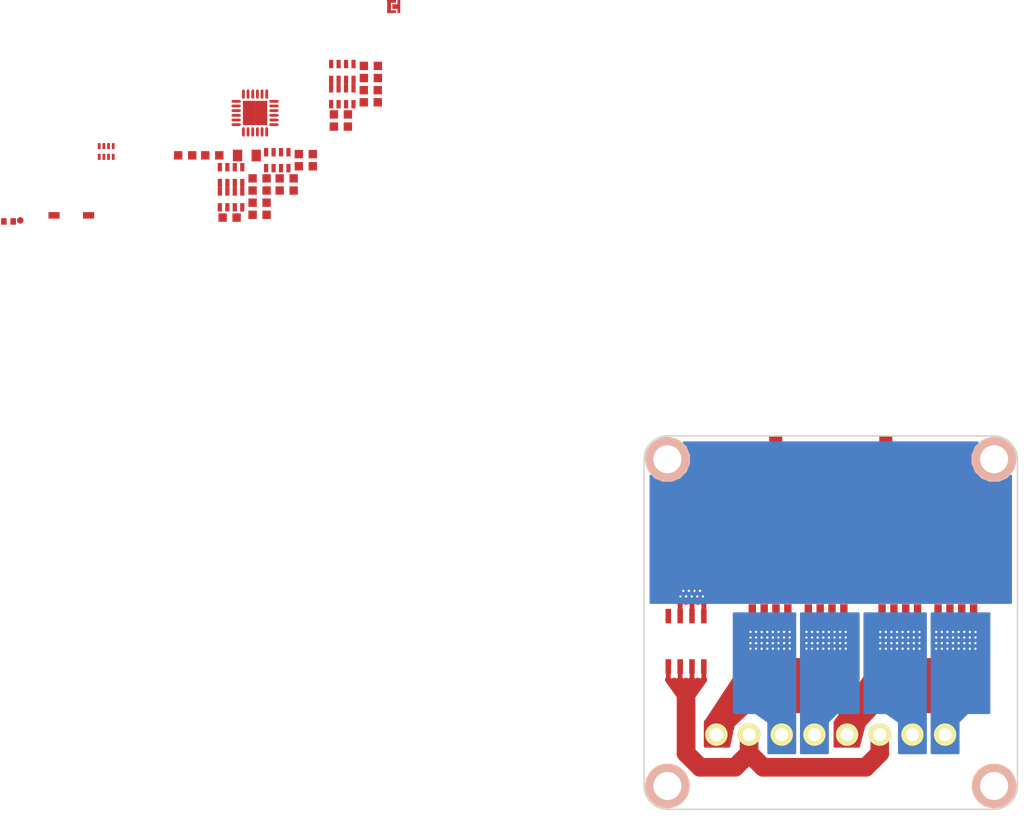
<source format=kicad_pcb>
(kicad_pcb (version 20171130) (host pcbnew 5.0.2-bee76a0~70~ubuntu18.04.1)

  (general
    (thickness 1.6)
    (drawings 8)
    (tracks 146)
    (zones 0)
    (modules 40)
    (nets 53)
  )

  (page A4)
  (layers
    (0 F.Cu signal)
    (31 B.Cu signal)
    (32 B.Adhes user)
    (33 F.Adhes user)
    (34 B.Paste user)
    (35 F.Paste user)
    (36 B.SilkS user)
    (37 F.SilkS user)
    (38 B.Mask user)
    (39 F.Mask user)
    (40 Dwgs.User user)
    (41 Cmts.User user)
    (42 Eco1.User user)
    (43 Eco2.User user)
    (44 Edge.Cuts user)
    (45 Margin user)
    (46 B.CrtYd user)
    (47 F.CrtYd user)
    (48 B.Fab user)
    (49 F.Fab user)
  )

  (setup
    (last_trace_width 2)
    (user_trace_width 0.2)
    (user_trace_width 0.3)
    (user_trace_width 0.5)
    (user_trace_width 0.8)
    (user_trace_width 1)
    (user_trace_width 2)
    (user_trace_width 3)
    (user_trace_width 4)
    (trace_clearance 0.2)
    (zone_clearance 0.508)
    (zone_45_only no)
    (trace_min 0.1)
    (segment_width 0.2)
    (edge_width 0.15)
    (via_size 0.8)
    (via_drill 0.4)
    (via_min_size 0.4)
    (via_min_drill 0.25)
    (user_via 0.55 0.25)
    (uvia_size 0.3)
    (uvia_drill 0.1)
    (uvias_allowed no)
    (uvia_min_size 0.2)
    (uvia_min_drill 0.1)
    (pcb_text_width 0.3)
    (pcb_text_size 1.5 1.5)
    (mod_edge_width 0.15)
    (mod_text_size 0.000001 0.000001)
    (mod_text_width 0.15)
    (pad_size 1.4 1.4)
    (pad_drill 0.6)
    (pad_to_mask_clearance 0.051)
    (solder_mask_min_width 0.25)
    (aux_axis_origin 117.5 72.5)
    (visible_elements FFFFFF7F)
    (pcbplotparams
      (layerselection 0x010fc_ffffffff)
      (usegerberextensions false)
      (usegerberattributes false)
      (usegerberadvancedattributes false)
      (creategerberjobfile false)
      (excludeedgelayer true)
      (linewidth 0.200000)
      (plotframeref false)
      (viasonmask false)
      (mode 1)
      (useauxorigin false)
      (hpglpennumber 1)
      (hpglpenspeed 20)
      (hpglpendiameter 15.000000)
      (psnegative false)
      (psa4output false)
      (plotreference true)
      (plotvalue true)
      (plotinvisibletext false)
      (padsonsilk false)
      (subtractmaskfromsilk false)
      (outputformat 1)
      (mirror false)
      (drillshape 1)
      (scaleselection 1)
      (outputdirectory ""))
  )

  (net 0 "")
  (net 1 GND)
  (net 2 3V3)
  (net 3 "Net-(C2-Pad1)")
  (net 4 "Net-(D1-Pad2)")
  (net 5 "Net-(D2-Pad2)")
  (net 6 "Net-(D3-Pad2)")
  (net 7 "Net-(D4-Pad2)")
  (net 8 "Net-(D5-Pad2)")
  (net 9 "Net-(D6-Pad2)")
  (net 10 "Net-(P1-Pad4)")
  (net 11 "Net-(P1-Pad5)")
  (net 12 "Net-(P1-Pad6)")
  (net 13 "Net-(P2-Pad2)")
  (net 14 "Net-(P2-Pad3)")
  (net 15 "Net-(P2-Pad4)")
  (net 16 "Net-(P2-Pad1)")
  (net 17 "Net-(P2-Pad5)")
  (net 18 "Net-(P2-Pad7)")
  (net 19 "Net-(P2-Pad8)")
  (net 20 "Net-(P3-Pad1)")
  (net 21 "Net-(P4-Pad2)")
  (net 22 "Net-(R1-Pad1)")
  (net 23 "Net-(R2-Pad1)")
  (net 24 "Net-(R3-Pad1)")
  (net 25 "Net-(R4-Pad1)")
  (net 26 "Net-(R5-Pad1)")
  (net 27 VSense2)
  (net 28 VSense1)
  (net 29 OUT4)
  (net 30 MSense4)
  (net 31 "Net-(RP1-Pad7)")
  (net 32 "Net-(RP1-Pad8)")
  (net 33 S-MISO)
  (net 34 S-MOSI)
  (net 35 S-CLK)
  (net 36 S-CS)
  (net 37 LED0)
  (net 38 LED1)
  (net 39 LED2)
  (net 40 LED3)
  (net 41 "Net-(RP4-Pad8)")
  (net 42 "Net-(RP4-Pad7)")
  (net 43 MSense3)
  (net 44 OUT3)
  (net 45 OUT2)
  (net 46 MSense2)
  (net 47 "Net-(RP5-Pad7)")
  (net 48 "Net-(RP5-Pad8)")
  (net 49 "Net-(RP6-Pad8)")
  (net 50 "Net-(RP6-Pad7)")
  (net 51 MSense1)
  (net 52 OUT1)

  (net_class Default "Dies ist die voreingestellte Netzklasse."
    (clearance 0.2)
    (trace_width 0.25)
    (via_dia 0.8)
    (via_drill 0.4)
    (uvia_dia 0.3)
    (uvia_drill 0.1)
    (add_net 3V3)
    (add_net GND)
    (add_net LED0)
    (add_net LED1)
    (add_net LED2)
    (add_net LED3)
    (add_net MSense1)
    (add_net MSense2)
    (add_net MSense3)
    (add_net MSense4)
    (add_net "Net-(C2-Pad1)")
    (add_net "Net-(D1-Pad2)")
    (add_net "Net-(D2-Pad2)")
    (add_net "Net-(D3-Pad2)")
    (add_net "Net-(D4-Pad2)")
    (add_net "Net-(D5-Pad2)")
    (add_net "Net-(D6-Pad2)")
    (add_net "Net-(P1-Pad4)")
    (add_net "Net-(P1-Pad5)")
    (add_net "Net-(P1-Pad6)")
    (add_net "Net-(P2-Pad1)")
    (add_net "Net-(P2-Pad2)")
    (add_net "Net-(P2-Pad3)")
    (add_net "Net-(P2-Pad4)")
    (add_net "Net-(P2-Pad5)")
    (add_net "Net-(P2-Pad7)")
    (add_net "Net-(P2-Pad8)")
    (add_net "Net-(P3-Pad1)")
    (add_net "Net-(P4-Pad2)")
    (add_net "Net-(R1-Pad1)")
    (add_net "Net-(R2-Pad1)")
    (add_net "Net-(R3-Pad1)")
    (add_net "Net-(R4-Pad1)")
    (add_net "Net-(R5-Pad1)")
    (add_net "Net-(RP1-Pad7)")
    (add_net "Net-(RP1-Pad8)")
    (add_net "Net-(RP4-Pad7)")
    (add_net "Net-(RP4-Pad8)")
    (add_net "Net-(RP5-Pad7)")
    (add_net "Net-(RP5-Pad8)")
    (add_net "Net-(RP6-Pad7)")
    (add_net "Net-(RP6-Pad8)")
    (add_net OUT1)
    (add_net OUT2)
    (add_net OUT3)
    (add_net OUT4)
    (add_net S-CLK)
    (add_net S-CS)
    (add_net S-MISO)
    (add_net S-MOSI)
    (add_net VSense1)
    (add_net VSense2)
  )

  (module kicad-libraries:C0603F (layer F.Cu) (tedit 58F5DD02) (tstamp 5C780F14)
    (at 88.230841 34.160741)
    (path /50065789)
    (attr smd)
    (fp_text reference C1 (at 0.05 0.225) (layer F.Fab)
      (effects (font (size 0.2 0.2) (thickness 0.05)))
    )
    (fp_text value 100nF (at 0.05 -0.375) (layer F.Fab)
      (effects (font (size 0.2 0.2) (thickness 0.05)))
    )
    (fp_line (start -1.45034 0.65024) (end -1.45034 -0.65024) (layer F.Fab) (width 0.001))
    (fp_line (start 1.45034 0.65024) (end -1.45034 0.65024) (layer F.Fab) (width 0.001))
    (fp_line (start 1.45034 -0.65024) (end 1.45034 0.65024) (layer F.Fab) (width 0.001))
    (fp_line (start -1.45034 -0.65024) (end 1.45034 -0.65024) (layer F.Fab) (width 0.001))
    (pad 2 smd rect (at 0.75 0) (size 0.9 0.9) (layers F.Cu F.Paste F.Mask)
      (net 1 GND))
    (pad 1 smd rect (at -0.75 0) (size 0.9 0.9) (layers F.Cu F.Paste F.Mask)
      (net 2 3V3))
    (model Capacitors_SMD/C_0603.wrl
      (at (xyz 0 0 0))
      (scale (xyz 1 1 1))
      (rotate (xyz 0 0 0))
    )
  )

  (module kicad-libraries:C0402F (layer F.Cu) (tedit 5A0C5AF6) (tstamp 5C780F1E)
    (at 49.412501 49.522501)
    (path /5A58DF0A)
    (fp_text reference C2 (at 0.1 0.15) (layer F.Fab)
      (effects (font (size 0.2 0.2) (thickness 0.05)))
    )
    (fp_text value 220pF (at 0 -0.15) (layer F.Fab)
      (effects (font (size 0.2 0.2) (thickness 0.05)))
    )
    (fp_line (start -0.9 -0.45) (end 0.9 -0.45) (layer F.Fab) (width 0.025))
    (fp_line (start 0.9 -0.45) (end 0.9 0.45) (layer F.Fab) (width 0.025))
    (fp_line (start 0.9 0.45) (end -0.9 0.45) (layer F.Fab) (width 0.025))
    (fp_line (start -0.9 0.45) (end -0.9 -0.45) (layer F.Fab) (width 0.025))
    (pad 2 smd rect (at 0.5 0) (size 0.6 0.7) (layers F.Cu F.Paste F.Mask)
      (net 1 GND))
    (pad 1 smd rect (at -0.5 0) (size 0.6 0.7) (layers F.Cu F.Paste F.Mask)
      (net 3 "Net-(C2-Pad1)"))
    (model Capacitors_SMD/C_0402.wrl
      (at (xyz 0 0 0))
      (scale (xyz 1 1 1))
      (rotate (xyz 0 0 0))
    )
  )

  (module kicad-libraries:C0805 (layer F.Cu) (tedit 58F5DFFC) (tstamp 5C780F28)
    (at 74.951501 42.460601)
    (path /5A58B913)
    (attr smd)
    (fp_text reference C3 (at 0 0.3) (layer F.Fab)
      (effects (font (size 0.2 0.2) (thickness 0.05)))
    )
    (fp_text value 10uF (at 0 -0.2) (layer F.Fab)
      (effects (font (size 0.2 0.2) (thickness 0.05)))
    )
    (fp_line (start -1.651 -0.8001) (end -1.651 0.8001) (layer F.Fab) (width 0.001))
    (fp_line (start -1.651 0.8001) (end 1.651 0.8001) (layer F.Fab) (width 0.001))
    (fp_line (start 1.651 0.8001) (end 1.651 -0.8001) (layer F.Fab) (width 0.001))
    (fp_line (start 1.651 -0.8001) (end -1.651 -0.8001) (layer F.Fab) (width 0.001))
    (pad 1 smd rect (at -1.00076 0) (size 1.00076 1.24968) (layers F.Cu F.Paste F.Mask)
      (net 2 3V3) (clearance 0.14986))
    (pad 2 smd rect (at 1.00076 0) (size 1.00076 1.24968) (layers F.Cu F.Paste F.Mask)
      (net 1 GND) (clearance 0.14986))
    (model Capacitors_SMD/C_0805.wrl
      (at (xyz 0 0 0))
      (scale (xyz 1 1 1))
      (rotate (xyz 0 0 0))
    )
  )

  (module kicad-libraries:C0603F (layer F.Cu) (tedit 58F5DD02) (tstamp 5C780F32)
    (at 79.210841 44.910741)
    (path /5A58BD7A)
    (attr smd)
    (fp_text reference C4 (at 0.05 0.225) (layer F.Fab)
      (effects (font (size 0.2 0.2) (thickness 0.05)))
    )
    (fp_text value 100nF (at 0.05 -0.375) (layer F.Fab)
      (effects (font (size 0.2 0.2) (thickness 0.05)))
    )
    (fp_line (start -1.45034 -0.65024) (end 1.45034 -0.65024) (layer F.Fab) (width 0.001))
    (fp_line (start 1.45034 -0.65024) (end 1.45034 0.65024) (layer F.Fab) (width 0.001))
    (fp_line (start 1.45034 0.65024) (end -1.45034 0.65024) (layer F.Fab) (width 0.001))
    (fp_line (start -1.45034 0.65024) (end -1.45034 -0.65024) (layer F.Fab) (width 0.001))
    (pad 1 smd rect (at -0.75 0) (size 0.9 0.9) (layers F.Cu F.Paste F.Mask)
      (net 2 3V3))
    (pad 2 smd rect (at 0.75 0) (size 0.9 0.9) (layers F.Cu F.Paste F.Mask)
      (net 1 GND))
    (model Capacitors_SMD/C_0603.wrl
      (at (xyz 0 0 0))
      (scale (xyz 1 1 1))
      (rotate (xyz 0 0 0))
    )
  )

  (module kicad-libraries:D0603F (layer F.Cu) (tedit 5910237C) (tstamp 5C780F43)
    (at 76.310841 47.510741)
    (path /5A58F18E)
    (attr smd)
    (fp_text reference D1 (at -0.775 0.45) (layer F.Fab)
      (effects (font (size 0.2 0.2) (thickness 0.05)))
    )
    (fp_text value blue (at 0.75 0.45) (layer F.Fab)
      (effects (font (size 0.2 0.2) (thickness 0.05)))
    )
    (fp_line (start -1.45034 0.65024) (end -1.45034 -0.65024) (layer F.Fab) (width 0.001))
    (fp_line (start 1.45034 0.65024) (end -1.45034 0.65024) (layer F.Fab) (width 0.001))
    (fp_line (start 1.45034 -0.65024) (end 1.45034 0.65024) (layer F.Fab) (width 0.001))
    (fp_line (start -1.45034 -0.65024) (end 1.45034 -0.65024) (layer F.Fab) (width 0.001))
    (fp_line (start 0 0) (end -0.3 -0.3) (layer F.Fab) (width 0.05))
    (fp_line (start -0.3 0.3) (end 0 0) (layer F.Fab) (width 0.05))
    (fp_line (start -0.3 -0.3) (end -0.3 0.3) (layer F.Fab) (width 0.05))
    (fp_line (start 0 -0.3) (end 0 0.3) (layer F.Fab) (width 0.05))
    (fp_line (start 0.45 0) (end 1.05 0) (layer F.Fab) (width 0.05))
    (fp_line (start -1.05 0) (end -0.45 0) (layer F.Fab) (width 0.05))
    (fp_line (start -0.75 -0.3) (end -0.75 0.3) (layer F.Fab) (width 0.05))
    (pad 2 smd rect (at 0.75 0) (size 0.9 0.9) (layers F.Cu F.Paste F.Mask)
      (net 4 "Net-(D1-Pad2)"))
    (pad 1 smd rect (at -0.75 0) (size 0.9 0.9) (layers F.Cu F.Paste F.Mask)
      (net 2 3V3))
    (model LED_SMD/D_0603_blue.wrl
      (at (xyz 0 0 0))
      (scale (xyz 1 1 1))
      (rotate (xyz -90 0 0))
    )
  )

  (module kicad-libraries:D0603F (layer F.Cu) (tedit 5910237C) (tstamp 5C780F54)
    (at 88.220841 35.460741)
    (path /5AAA908C)
    (attr smd)
    (fp_text reference D2 (at -0.775 0.45) (layer F.Fab)
      (effects (font (size 0.2 0.2) (thickness 0.05)))
    )
    (fp_text value blue (at 0.75 0.45) (layer F.Fab)
      (effects (font (size 0.2 0.2) (thickness 0.05)))
    )
    (fp_line (start -0.75 -0.3) (end -0.75 0.3) (layer F.Fab) (width 0.05))
    (fp_line (start -1.05 0) (end -0.45 0) (layer F.Fab) (width 0.05))
    (fp_line (start 0.45 0) (end 1.05 0) (layer F.Fab) (width 0.05))
    (fp_line (start 0 -0.3) (end 0 0.3) (layer F.Fab) (width 0.05))
    (fp_line (start -0.3 -0.3) (end -0.3 0.3) (layer F.Fab) (width 0.05))
    (fp_line (start -0.3 0.3) (end 0 0) (layer F.Fab) (width 0.05))
    (fp_line (start 0 0) (end -0.3 -0.3) (layer F.Fab) (width 0.05))
    (fp_line (start -1.45034 -0.65024) (end 1.45034 -0.65024) (layer F.Fab) (width 0.001))
    (fp_line (start 1.45034 -0.65024) (end 1.45034 0.65024) (layer F.Fab) (width 0.001))
    (fp_line (start 1.45034 0.65024) (end -1.45034 0.65024) (layer F.Fab) (width 0.001))
    (fp_line (start -1.45034 0.65024) (end -1.45034 -0.65024) (layer F.Fab) (width 0.001))
    (pad 1 smd rect (at -0.75 0) (size 0.9 0.9) (layers F.Cu F.Paste F.Mask)
      (net 2 3V3))
    (pad 2 smd rect (at 0.75 0) (size 0.9 0.9) (layers F.Cu F.Paste F.Mask)
      (net 5 "Net-(D2-Pad2)"))
    (model LED_SMD/D_0603_blue.wrl
      (at (xyz 0 0 0))
      (scale (xyz 1 1 1))
      (rotate (xyz -90 0 0))
    )
  )

  (module kicad-libraries:D0603F (layer F.Cu) (tedit 5910237C) (tstamp 5C780F65)
    (at 85.020841 38.060741)
    (path /5AAAA193)
    (attr smd)
    (fp_text reference D3 (at -0.775 0.45) (layer F.Fab)
      (effects (font (size 0.2 0.2) (thickness 0.05)))
    )
    (fp_text value blue (at 0.75 0.45) (layer F.Fab)
      (effects (font (size 0.2 0.2) (thickness 0.05)))
    )
    (fp_line (start -1.45034 0.65024) (end -1.45034 -0.65024) (layer F.Fab) (width 0.001))
    (fp_line (start 1.45034 0.65024) (end -1.45034 0.65024) (layer F.Fab) (width 0.001))
    (fp_line (start 1.45034 -0.65024) (end 1.45034 0.65024) (layer F.Fab) (width 0.001))
    (fp_line (start -1.45034 -0.65024) (end 1.45034 -0.65024) (layer F.Fab) (width 0.001))
    (fp_line (start 0 0) (end -0.3 -0.3) (layer F.Fab) (width 0.05))
    (fp_line (start -0.3 0.3) (end 0 0) (layer F.Fab) (width 0.05))
    (fp_line (start -0.3 -0.3) (end -0.3 0.3) (layer F.Fab) (width 0.05))
    (fp_line (start 0 -0.3) (end 0 0.3) (layer F.Fab) (width 0.05))
    (fp_line (start 0.45 0) (end 1.05 0) (layer F.Fab) (width 0.05))
    (fp_line (start -1.05 0) (end -0.45 0) (layer F.Fab) (width 0.05))
    (fp_line (start -0.75 -0.3) (end -0.75 0.3) (layer F.Fab) (width 0.05))
    (pad 2 smd rect (at 0.75 0) (size 0.9 0.9) (layers F.Cu F.Paste F.Mask)
      (net 6 "Net-(D3-Pad2)"))
    (pad 1 smd rect (at -0.75 0) (size 0.9 0.9) (layers F.Cu F.Paste F.Mask)
      (net 2 3V3))
    (model LED_SMD/D_0603_blue.wrl
      (at (xyz 0 0 0))
      (scale (xyz 1 1 1))
      (rotate (xyz -90 0 0))
    )
  )

  (module kicad-libraries:D0603F (layer F.Cu) (tedit 5910237C) (tstamp 5C780F76)
    (at 81.260841 42.310741)
    (path /5AAAA1FA)
    (attr smd)
    (fp_text reference D4 (at -0.775 0.45) (layer F.Fab)
      (effects (font (size 0.2 0.2) (thickness 0.05)))
    )
    (fp_text value blue (at 0.75 0.45) (layer F.Fab)
      (effects (font (size 0.2 0.2) (thickness 0.05)))
    )
    (fp_line (start -0.75 -0.3) (end -0.75 0.3) (layer F.Fab) (width 0.05))
    (fp_line (start -1.05 0) (end -0.45 0) (layer F.Fab) (width 0.05))
    (fp_line (start 0.45 0) (end 1.05 0) (layer F.Fab) (width 0.05))
    (fp_line (start 0 -0.3) (end 0 0.3) (layer F.Fab) (width 0.05))
    (fp_line (start -0.3 -0.3) (end -0.3 0.3) (layer F.Fab) (width 0.05))
    (fp_line (start -0.3 0.3) (end 0 0) (layer F.Fab) (width 0.05))
    (fp_line (start 0 0) (end -0.3 -0.3) (layer F.Fab) (width 0.05))
    (fp_line (start -1.45034 -0.65024) (end 1.45034 -0.65024) (layer F.Fab) (width 0.001))
    (fp_line (start 1.45034 -0.65024) (end 1.45034 0.65024) (layer F.Fab) (width 0.001))
    (fp_line (start 1.45034 0.65024) (end -1.45034 0.65024) (layer F.Fab) (width 0.001))
    (fp_line (start -1.45034 0.65024) (end -1.45034 -0.65024) (layer F.Fab) (width 0.001))
    (pad 1 smd rect (at -0.75 0) (size 0.9 0.9) (layers F.Cu F.Paste F.Mask)
      (net 2 3V3))
    (pad 2 smd rect (at 0.75 0) (size 0.9 0.9) (layers F.Cu F.Paste F.Mask)
      (net 7 "Net-(D4-Pad2)"))
    (model LED_SMD/D_0603_blue.wrl
      (at (xyz 0 0 0))
      (scale (xyz 1 1 1))
      (rotate (xyz -90 0 0))
    )
  )

  (module kicad-libraries:D0603F (layer F.Cu) (tedit 5910237C) (tstamp 5C780F87)
    (at 73.100841 49.110741)
    (path /5AAAA2C2)
    (attr smd)
    (fp_text reference D5 (at -0.775 0.45) (layer F.Fab)
      (effects (font (size 0.2 0.2) (thickness 0.05)))
    )
    (fp_text value blue (at 0.75 0.45) (layer F.Fab)
      (effects (font (size 0.2 0.2) (thickness 0.05)))
    )
    (fp_line (start -0.75 -0.3) (end -0.75 0.3) (layer F.Fab) (width 0.05))
    (fp_line (start -1.05 0) (end -0.45 0) (layer F.Fab) (width 0.05))
    (fp_line (start 0.45 0) (end 1.05 0) (layer F.Fab) (width 0.05))
    (fp_line (start 0 -0.3) (end 0 0.3) (layer F.Fab) (width 0.05))
    (fp_line (start -0.3 -0.3) (end -0.3 0.3) (layer F.Fab) (width 0.05))
    (fp_line (start -0.3 0.3) (end 0 0) (layer F.Fab) (width 0.05))
    (fp_line (start 0 0) (end -0.3 -0.3) (layer F.Fab) (width 0.05))
    (fp_line (start -1.45034 -0.65024) (end 1.45034 -0.65024) (layer F.Fab) (width 0.001))
    (fp_line (start 1.45034 -0.65024) (end 1.45034 0.65024) (layer F.Fab) (width 0.001))
    (fp_line (start 1.45034 0.65024) (end -1.45034 0.65024) (layer F.Fab) (width 0.001))
    (fp_line (start -1.45034 0.65024) (end -1.45034 -0.65024) (layer F.Fab) (width 0.001))
    (pad 1 smd rect (at -0.75 0) (size 0.9 0.9) (layers F.Cu F.Paste F.Mask)
      (net 2 3V3))
    (pad 2 smd rect (at 0.75 0) (size 0.9 0.9) (layers F.Cu F.Paste F.Mask)
      (net 8 "Net-(D5-Pad2)"))
    (model LED_SMD/D_0603_blue.wrl
      (at (xyz 0 0 0))
      (scale (xyz 1 1 1))
      (rotate (xyz -90 0 0))
    )
  )

  (module kicad-libraries:SOD-123 (layer F.Cu) (tedit 58F7722C) (tstamp 5C780F9B)
    (at 56.13856 48.870601)
    (path /5C95997B)
    (attr smd)
    (fp_text reference D6 (at -0.3 0.46) (layer F.Fab)
      (effects (font (size 0.2 0.2) (thickness 0.05)))
    )
    (fp_text value Z12V (at -0.5 -0.54) (layer F.Fab)
      (effects (font (size 0.2 0.2) (thickness 0.05)))
    )
    (fp_line (start 0.29972 -0.8001) (end 0.29972 0.8001) (layer F.Fab) (width 0.001))
    (fp_line (start 0.39878 -0.8001) (end 0.39878 0.8001) (layer F.Fab) (width 0.001))
    (fp_line (start 0.50038 0.8001) (end 0.50038 -0.8001) (layer F.Fab) (width 0.001))
    (fp_line (start 0.59944 -0.8001) (end 0.59944 0.8001) (layer F.Fab) (width 0.001))
    (fp_line (start 0.70104 0.8001) (end 0.70104 -0.8001) (layer F.Fab) (width 0.001))
    (fp_line (start 1.19888 0.8001) (end 1.19888 -0.8001) (layer F.Fab) (width 0.001))
    (fp_line (start 1.09982 0.8001) (end 1.09982 -0.8001) (layer F.Fab) (width 0.001))
    (fp_line (start 1.00076 -0.8001) (end 1.00076 0.8001) (layer F.Fab) (width 0.001))
    (fp_line (start 0.89916 0.8001) (end 0.89916 -0.8001) (layer F.Fab) (width 0.001))
    (fp_line (start 0.8001 -0.8001) (end 0.8001 0.8001) (layer F.Fab) (width 0.001))
    (fp_line (start -1.34874 -0.8001) (end 1.34874 -0.8001) (layer F.Fab) (width 0.001))
    (fp_line (start 1.34874 -0.8001) (end 1.34874 0.8001) (layer F.Fab) (width 0.001))
    (fp_line (start 1.34874 0.8001) (end -1.34874 0.8001) (layer F.Fab) (width 0.001))
    (fp_line (start -1.34874 0.8001) (end -1.34874 -0.8001) (layer F.Fab) (width 0.001))
    (pad 1 smd rect (at -1.84912 0) (size 1.19888 0.70104) (layers F.Cu F.Paste F.Mask)
      (net 1 GND) (clearance 0.14986))
    (pad 2 smd rect (at 1.84912 0) (size 1.19888 0.70104) (layers F.Cu F.Paste F.Mask)
      (net 9 "Net-(D6-Pad2)") (clearance 0.14986))
    (model Housing_SOT_SOD/SOD-123.wrl
      (at (xyz 0 0 0))
      (scale (xyz 1 1 1))
      (rotate (xyz -90 0 180))
    )
  )

  (module kicad-libraries:CON-SENSOR2 (layer F.Cu) (tedit 59030BED) (tstamp 5C780FAE)
    (at 137.5 72.5 180)
    (path /5004F5E5)
    (fp_text reference P1 (at 0 -2.85 180) (layer F.Fab)
      (effects (font (size 0.3 0.3) (thickness 0.075)))
    )
    (fp_text value CON-SENSOR (at 0 -1.6002 180) (layer F.Fab)
      (effects (font (size 0.29972 0.29972) (thickness 0.07112)))
    )
    (fp_line (start -5 -0.25) (end -4.75 -0.75) (layer F.Fab) (width 0.05))
    (fp_line (start -4.75 -0.75) (end -4.5 -0.25) (layer F.Fab) (width 0.05))
    (fp_line (start -6 -0.25) (end 6 -0.25) (layer F.Fab) (width 0.05))
    (fp_line (start 6 -0.25) (end 6 -4.3) (layer F.Fab) (width 0.05))
    (fp_line (start 6 -4.3) (end -6 -4.3) (layer F.Fab) (width 0.05))
    (fp_line (start -6 -4.3) (end -6 -0.25) (layer F.Fab) (width 0.05))
    (pad 1 smd rect (at -3.75 -4.6 180) (size 0.6 1.8) (layers F.Cu F.Paste F.Mask))
    (pad 2 smd rect (at -2.5 -4.6 180) (size 0.6 1.8) (layers F.Cu F.Paste F.Mask)
      (net 1 GND))
    (pad EP smd rect (at -5.9 -1.2 180) (size 1.4 2.4) (layers F.Cu F.Paste F.Mask)
      (net 1 GND))
    (pad EP smd rect (at 5.9 -1.2 180) (size 1.4 2.4) (layers F.Cu F.Paste F.Mask)
      (net 1 GND))
    (pad 3 smd rect (at -1.25 -4.6 180) (size 0.6 1.8) (layers F.Cu F.Paste F.Mask)
      (net 2 3V3))
    (pad 4 smd rect (at 0 -4.6 180) (size 0.6 1.8) (layers F.Cu F.Paste F.Mask)
      (net 10 "Net-(P1-Pad4)"))
    (pad 5 smd rect (at 1.25 -4.6 180) (size 0.6 1.8) (layers F.Cu F.Paste F.Mask)
      (net 11 "Net-(P1-Pad5)"))
    (pad 6 smd rect (at 2.5 -4.6 180) (size 0.6 1.8) (layers F.Cu F.Paste F.Mask)
      (net 12 "Net-(P1-Pad6)"))
    (pad 7 smd rect (at 3.75 -4.6 180) (size 0.6 1.8) (layers F.Cu F.Paste F.Mask)
      (net 3 "Net-(C2-Pad1)"))
    (model Connectors_TF/BrickletConn_7pin.wrl
      (offset (xyz 0 2.539999961853027 0))
      (scale (xyz 1 1 1))
      (rotate (xyz 0 0 0))
    )
  )

  (module kicad-libraries:OQ_8P (layer F.Cu) (tedit 58FF7F36) (tstamp 5C780FC0)
    (at 137.5 104.5)
    (path /50065B8F)
    (fp_text reference P2 (at 0 3.98) (layer F.Fab)
      (effects (font (size 0.59944 0.59944) (thickness 0.12446)))
    )
    (fp_text value "Digital Output" (at 0 3.05054) (layer F.Fab)
      (effects (font (size 0.59944 0.59944) (thickness 0.12446)))
    )
    (fp_line (start 0 8.001) (end 14.74978 8.001) (layer F.Fab) (width 0.381))
    (fp_line (start 14.74978 -1.19888) (end 0 -1.19888) (layer F.Fab) (width 0.381))
    (fp_line (start -14.74978 -1.19888) (end 0.7493 -1.19888) (layer F.Fab) (width 0.381))
    (fp_line (start 0.7493 8.001) (end -14.74978 8.001) (layer F.Fab) (width 0.381))
    (fp_line (start -14.74978 8.001) (end -14.74978 -1.19888) (layer F.Fab) (width 0.381))
    (fp_line (start 14.74978 -1.19888) (end 14.74978 8.001) (layer F.Fab) (width 0.381))
    (pad 2 thru_hole circle (at -8.7503 0) (size 2.4003 2.4003) (drill 1.39954) (layers *.Cu *.Mask F.SilkS)
      (net 13 "Net-(P2-Pad2)"))
    (pad 3 thru_hole circle (at -5.25018 0) (size 2.4003 2.4003) (drill 1.39954) (layers *.Cu *.Mask F.SilkS)
      (net 14 "Net-(P2-Pad3)"))
    (pad 4 thru_hole circle (at -1.75006 0) (size 2.4003 2.4003) (drill 1.39954) (layers *.Cu *.Mask F.SilkS)
      (net 15 "Net-(P2-Pad4)"))
    (pad 1 thru_hole circle (at -12.25042 0) (size 2.4003 2.4003) (drill 1.39954) (layers *.Cu *.Mask F.SilkS)
      (net 16 "Net-(P2-Pad1)"))
    (pad 5 thru_hole circle (at 1.75006 0) (size 2.4003 2.4003) (drill 1.39954) (layers *.Cu *.Mask F.SilkS)
      (net 17 "Net-(P2-Pad5)"))
    (pad 6 thru_hole circle (at 5.25018 0) (size 2.4003 2.4003) (drill 1.39954) (layers *.Cu *.Mask F.SilkS)
      (net 13 "Net-(P2-Pad2)"))
    (pad 7 thru_hole circle (at 8.7503 0) (size 2.4003 2.4003) (drill 1.39954) (layers *.Cu *.Mask F.SilkS)
      (net 18 "Net-(P2-Pad7)"))
    (pad 8 thru_hole circle (at 12.25042 0) (size 2.4003 2.4003) (drill 1.39954) (layers *.Cu *.Mask F.SilkS)
      (net 19 "Net-(P2-Pad8)"))
    (model Connectors/OQ_8P_green.wrl
      (offset (xyz 0 -3.174999952316284 3.555999946594238))
      (scale (xyz 1 1 1))
      (rotate (xyz 0 0 0))
    )
  )

  (module kicad-libraries:DEBUG_PAD (layer F.Cu) (tedit 590B3FBE) (tstamp 5C780FC5)
    (at 50.67 49.41)
    (path /5A58EE20)
    (fp_text reference P3 (at 0 0.175) (layer F.Fab)
      (effects (font (size 0.15 0.15) (thickness 0.0375)))
    )
    (fp_text value Debug (at 0 -0.15) (layer F.Fab)
      (effects (font (size 0.15 0.15) (thickness 0.0375)))
    )
    (pad 1 smd circle (at 0 0) (size 0.7 0.7) (layers F.Cu F.Paste F.Mask)
      (net 20 "Net-(P3-Pad1)"))
  )

  (module kicad-libraries:SolderJumper (layer F.Cu) (tedit 590B2DE4) (tstamp 5C780FCE)
    (at 90.68 26.5)
    (path /5A58EFD9)
    (fp_text reference P4 (at 0 0.35) (layer F.Fab)
      (effects (font (size 0.3 0.3) (thickness 0.0712)))
    )
    (fp_text value Boot (at 0 -0.35) (layer F.Fab)
      (effects (font (size 0.3 0.3) (thickness 0.0712)))
    )
    (pad 2 smd rect (at 0.55 0) (size 0.3 1.4) (layers F.Cu F.Mask)
      (net 21 "Net-(P4-Pad2)"))
    (pad 2 smd rect (at 0.15 0) (size 0.6 0.5) (layers F.Cu F.Mask)
      (net 21 "Net-(P4-Pad2)"))
    (pad 1 smd rect (at -0.5 0) (size 0.4 1.4) (layers F.Cu F.Mask)
      (net 1 GND))
    (pad 1 smd rect (at -0.225 0.55) (size 0.95 0.3) (layers F.Cu F.Mask)
      (net 1 GND))
    (pad 1 smd rect (at -0.225 -0.55) (size 0.95 0.3) (layers F.Cu F.Mask)
      (net 1 GND))
  )

  (module kicad-libraries:SOIC-8-MOSFET (layer F.Cu) (tedit 58FA18EA) (tstamp 5C7817E4)
    (at 122 94.5 180)
    (path /5C95928C)
    (attr smd)
    (fp_text reference Q1 (at 0 0.3 180) (layer F.Fab)
      (effects (font (size 0.3 0.3) (thickness 0.075)))
    )
    (fp_text value FDS8449 (at 0.1 -0.4 180) (layer F.Fab)
      (effects (font (size 0.3 0.3) (thickness 0.075)))
    )
    (fp_line (start -2.4003 1.09982) (end -1.30048 1.09982) (layer F.Fab) (width 0.24892))
    (fp_line (start -1.30048 1.09982) (end -1.30048 1.89992) (layer F.Fab) (width 0.24892))
    (fp_line (start -2.44856 -1.94818) (end -2.32918 -1.94818) (layer F.Fab) (width 0.24892))
    (fp_line (start 2.32918 -1.94818) (end 2.44856 -1.94818) (layer F.Fab) (width 0.24892))
    (fp_line (start 2.44856 -1.94818) (end 2.44856 1.94818) (layer F.Fab) (width 0.24892))
    (fp_line (start -2.44856 1.94818) (end -2.32918 1.94818) (layer F.Fab) (width 0.24892))
    (fp_line (start 2.32918 1.94818) (end 2.44856 1.94818) (layer F.Fab) (width 0.24892))
    (fp_line (start -2.44856 -1.94818) (end -2.44856 1.94818) (layer F.Fab) (width 0.24892))
    (pad S smd rect (at -1.90246 2.69748) (size 0.59944 1.5494) (layers F.Cu F.Paste F.Mask)
      (net 1 GND))
    (pad S smd rect (at -0.63246 2.69748) (size 0.59944 1.5494) (layers F.Cu F.Paste F.Mask)
      (net 1 GND))
    (pad S smd rect (at 0.63246 2.69748) (size 0.59944 1.5494) (layers F.Cu F.Paste F.Mask)
      (net 1 GND))
    (pad G smd rect (at 1.90246 2.69748) (size 0.59944 1.5494) (layers F.Cu F.Paste F.Mask)
      (net 9 "Net-(D6-Pad2)"))
    (pad D smd rect (at 1.90246 -2.69748 180) (size 0.59944 1.5494) (layers F.Cu F.Paste F.Mask)
      (net 13 "Net-(P2-Pad2)"))
    (pad D smd rect (at 0.63246 -2.69748 180) (size 0.59944 1.5494) (layers F.Cu F.Paste F.Mask)
      (net 13 "Net-(P2-Pad2)"))
    (pad D smd rect (at -0.63246 -2.69748 180) (size 0.59944 1.5494) (layers F.Cu F.Paste F.Mask)
      (net 13 "Net-(P2-Pad2)"))
    (pad D smd rect (at -1.90246 -2.69748 180) (size 0.59944 1.5494) (layers F.Cu F.Paste F.Mask)
      (net 13 "Net-(P2-Pad2)"))
    (model Housings_SOIC/SOIC-8_3.9x4.9mm_Pitch1.27mm.wrl
      (at (xyz 0 0 0))
      (scale (xyz 1 1 1))
      (rotate (xyz 180 180 90))
    )
  )

  (module kicad-libraries:R0603F (layer F.Cu) (tedit 58F5DD02) (tstamp 5C780FEC)
    (at 68.340841 42.440741)
    (path /5C808555)
    (attr smd)
    (fp_text reference R1 (at 0.05 0.225) (layer F.Fab)
      (effects (font (size 0.2 0.2) (thickness 0.05)))
    )
    (fp_text value 1k (at 0.05 -0.375) (layer F.Fab)
      (effects (font (size 0.2 0.2) (thickness 0.05)))
    )
    (fp_line (start -1.45034 -0.65024) (end 1.45034 -0.65024) (layer F.Fab) (width 0.001))
    (fp_line (start 1.45034 -0.65024) (end 1.45034 0.65024) (layer F.Fab) (width 0.001))
    (fp_line (start 1.45034 0.65024) (end -1.45034 0.65024) (layer F.Fab) (width 0.001))
    (fp_line (start -1.45034 0.65024) (end -1.45034 -0.65024) (layer F.Fab) (width 0.001))
    (pad 1 smd rect (at -0.75 0) (size 0.9 0.9) (layers F.Cu F.Paste F.Mask)
      (net 22 "Net-(R1-Pad1)"))
    (pad 2 smd rect (at 0.75 0) (size 0.9 0.9) (layers F.Cu F.Paste F.Mask)
      (net 1 GND))
    (model Resistors_SMD/R_0603.wrl
      (at (xyz 0 0 0))
      (scale (xyz 1 1 1))
      (rotate (xyz 0 0 0))
    )
  )

  (module kicad-libraries:R0603F (layer F.Cu) (tedit 58F5DD02) (tstamp 5C780FF6)
    (at 71.240841 42.440741)
    (path /5C8084D6)
    (attr smd)
    (fp_text reference R2 (at 0.05 0.225) (layer F.Fab)
      (effects (font (size 0.2 0.2) (thickness 0.05)))
    )
    (fp_text value 1k (at 0.05 -0.375) (layer F.Fab)
      (effects (font (size 0.2 0.2) (thickness 0.05)))
    )
    (fp_line (start -1.45034 -0.65024) (end 1.45034 -0.65024) (layer F.Fab) (width 0.001))
    (fp_line (start 1.45034 -0.65024) (end 1.45034 0.65024) (layer F.Fab) (width 0.001))
    (fp_line (start 1.45034 0.65024) (end -1.45034 0.65024) (layer F.Fab) (width 0.001))
    (fp_line (start -1.45034 0.65024) (end -1.45034 -0.65024) (layer F.Fab) (width 0.001))
    (pad 1 smd rect (at -0.75 0) (size 0.9 0.9) (layers F.Cu F.Paste F.Mask)
      (net 23 "Net-(R2-Pad1)"))
    (pad 2 smd rect (at 0.75 0) (size 0.9 0.9) (layers F.Cu F.Paste F.Mask)
      (net 1 GND))
    (model Resistors_SMD/R_0603.wrl
      (at (xyz 0 0 0))
      (scale (xyz 1 1 1))
      (rotate (xyz 0 0 0))
    )
  )

  (module kicad-libraries:R0603F (layer F.Cu) (tedit 58F5DD02) (tstamp 5C781000)
    (at 88.230841 32.860741)
    (path /5C7AA954)
    (attr smd)
    (fp_text reference R3 (at 0.05 0.225) (layer F.Fab)
      (effects (font (size 0.2 0.2) (thickness 0.05)))
    )
    (fp_text value 1k (at 0.05 -0.375) (layer F.Fab)
      (effects (font (size 0.2 0.2) (thickness 0.05)))
    )
    (fp_line (start -1.45034 0.65024) (end -1.45034 -0.65024) (layer F.Fab) (width 0.001))
    (fp_line (start 1.45034 0.65024) (end -1.45034 0.65024) (layer F.Fab) (width 0.001))
    (fp_line (start 1.45034 -0.65024) (end 1.45034 0.65024) (layer F.Fab) (width 0.001))
    (fp_line (start -1.45034 -0.65024) (end 1.45034 -0.65024) (layer F.Fab) (width 0.001))
    (pad 2 smd rect (at 0.75 0) (size 0.9 0.9) (layers F.Cu F.Paste F.Mask)
      (net 1 GND))
    (pad 1 smd rect (at -0.75 0) (size 0.9 0.9) (layers F.Cu F.Paste F.Mask)
      (net 24 "Net-(R3-Pad1)"))
    (model Resistors_SMD/R_0603.wrl
      (at (xyz 0 0 0))
      (scale (xyz 1 1 1))
      (rotate (xyz 0 0 0))
    )
  )

  (module kicad-libraries:R0603F (layer F.Cu) (tedit 58F5DD02) (tstamp 5C78100A)
    (at 76.310841 44.910741)
    (path /5C7AA846)
    (attr smd)
    (fp_text reference R4 (at 0.05 0.225) (layer F.Fab)
      (effects (font (size 0.2 0.2) (thickness 0.05)))
    )
    (fp_text value 1k (at 0.05 -0.375) (layer F.Fab)
      (effects (font (size 0.2 0.2) (thickness 0.05)))
    )
    (fp_line (start -1.45034 -0.65024) (end 1.45034 -0.65024) (layer F.Fab) (width 0.001))
    (fp_line (start 1.45034 -0.65024) (end 1.45034 0.65024) (layer F.Fab) (width 0.001))
    (fp_line (start 1.45034 0.65024) (end -1.45034 0.65024) (layer F.Fab) (width 0.001))
    (fp_line (start -1.45034 0.65024) (end -1.45034 -0.65024) (layer F.Fab) (width 0.001))
    (pad 1 smd rect (at -0.75 0) (size 0.9 0.9) (layers F.Cu F.Paste F.Mask)
      (net 25 "Net-(R4-Pad1)"))
    (pad 2 smd rect (at 0.75 0) (size 0.9 0.9) (layers F.Cu F.Paste F.Mask)
      (net 1 GND))
    (model Resistors_SMD/R_0603.wrl
      (at (xyz 0 0 0))
      (scale (xyz 1 1 1))
      (rotate (xyz 0 0 0))
    )
  )

  (module kicad-libraries:R0603F (layer F.Cu) (tedit 58F5DD02) (tstamp 5C781014)
    (at 76.310841 46.210741)
    (path /5A58F59D)
    (attr smd)
    (fp_text reference R5 (at 0.05 0.225) (layer F.Fab)
      (effects (font (size 0.2 0.2) (thickness 0.05)))
    )
    (fp_text value 1k (at 0.05 -0.375) (layer F.Fab)
      (effects (font (size 0.2 0.2) (thickness 0.05)))
    )
    (fp_line (start -1.45034 0.65024) (end -1.45034 -0.65024) (layer F.Fab) (width 0.001))
    (fp_line (start 1.45034 0.65024) (end -1.45034 0.65024) (layer F.Fab) (width 0.001))
    (fp_line (start 1.45034 -0.65024) (end 1.45034 0.65024) (layer F.Fab) (width 0.001))
    (fp_line (start -1.45034 -0.65024) (end 1.45034 -0.65024) (layer F.Fab) (width 0.001))
    (pad 2 smd rect (at 0.75 0) (size 0.9 0.9) (layers F.Cu F.Paste F.Mask)
      (net 4 "Net-(D1-Pad2)"))
    (pad 1 smd rect (at -0.75 0) (size 0.9 0.9) (layers F.Cu F.Paste F.Mask)
      (net 26 "Net-(R5-Pad1)"))
    (model Resistors_SMD/R_0603.wrl
      (at (xyz 0 0 0))
      (scale (xyz 1 1 1))
      (rotate (xyz 0 0 0))
    )
  )

  (module kicad-libraries:R0603F (layer F.Cu) (tedit 58F5DD02) (tstamp 5C78101E)
    (at 76.310841 48.810741)
    (path /5C9EC3D5)
    (attr smd)
    (fp_text reference R6 (at 0.05 0.225) (layer F.Fab)
      (effects (font (size 0.2 0.2) (thickness 0.05)))
    )
    (fp_text value 10k (at 0.05 -0.375) (layer F.Fab)
      (effects (font (size 0.2 0.2) (thickness 0.05)))
    )
    (fp_line (start -1.45034 -0.65024) (end 1.45034 -0.65024) (layer F.Fab) (width 0.001))
    (fp_line (start 1.45034 -0.65024) (end 1.45034 0.65024) (layer F.Fab) (width 0.001))
    (fp_line (start 1.45034 0.65024) (end -1.45034 0.65024) (layer F.Fab) (width 0.001))
    (fp_line (start -1.45034 0.65024) (end -1.45034 -0.65024) (layer F.Fab) (width 0.001))
    (pad 1 smd rect (at -0.75 0) (size 0.9 0.9) (layers F.Cu F.Paste F.Mask)
      (net 17 "Net-(P2-Pad5)"))
    (pad 2 smd rect (at 0.75 0) (size 0.9 0.9) (layers F.Cu F.Paste F.Mask)
      (net 27 VSense2))
    (model Resistors_SMD/R_0603.wrl
      (at (xyz 0 0 0))
      (scale (xyz 1 1 1))
      (rotate (xyz 0 0 0))
    )
  )

  (module kicad-libraries:R0603F (layer F.Cu) (tedit 58F5DD02) (tstamp 5C781028)
    (at 79.210841 46.210741)
    (path /5C9EC46D)
    (attr smd)
    (fp_text reference R7 (at 0.05 0.225) (layer F.Fab)
      (effects (font (size 0.2 0.2) (thickness 0.05)))
    )
    (fp_text value 1k (at 0.05 -0.375) (layer F.Fab)
      (effects (font (size 0.2 0.2) (thickness 0.05)))
    )
    (fp_line (start -1.45034 0.65024) (end -1.45034 -0.65024) (layer F.Fab) (width 0.001))
    (fp_line (start 1.45034 0.65024) (end -1.45034 0.65024) (layer F.Fab) (width 0.001))
    (fp_line (start 1.45034 -0.65024) (end 1.45034 0.65024) (layer F.Fab) (width 0.001))
    (fp_line (start -1.45034 -0.65024) (end 1.45034 -0.65024) (layer F.Fab) (width 0.001))
    (pad 2 smd rect (at 0.75 0) (size 0.9 0.9) (layers F.Cu F.Paste F.Mask)
      (net 1 GND))
    (pad 1 smd rect (at -0.75 0) (size 0.9 0.9) (layers F.Cu F.Paste F.Mask)
      (net 27 VSense2))
    (model Resistors_SMD/R_0603.wrl
      (at (xyz 0 0 0))
      (scale (xyz 1 1 1))
      (rotate (xyz 0 0 0))
    )
  )

  (module kicad-libraries:R0603F (layer F.Cu) (tedit 58F5DD02) (tstamp 5C781032)
    (at 81.260841 43.610741)
    (path /5CA05FBD)
    (attr smd)
    (fp_text reference R8 (at 0.05 0.225) (layer F.Fab)
      (effects (font (size 0.2 0.2) (thickness 0.05)))
    )
    (fp_text value 10k (at 0.05 -0.375) (layer F.Fab)
      (effects (font (size 0.2 0.2) (thickness 0.05)))
    )
    (fp_line (start -1.45034 -0.65024) (end 1.45034 -0.65024) (layer F.Fab) (width 0.001))
    (fp_line (start 1.45034 -0.65024) (end 1.45034 0.65024) (layer F.Fab) (width 0.001))
    (fp_line (start 1.45034 0.65024) (end -1.45034 0.65024) (layer F.Fab) (width 0.001))
    (fp_line (start -1.45034 0.65024) (end -1.45034 -0.65024) (layer F.Fab) (width 0.001))
    (pad 1 smd rect (at -0.75 0) (size 0.9 0.9) (layers F.Cu F.Paste F.Mask)
      (net 16 "Net-(P2-Pad1)"))
    (pad 2 smd rect (at 0.75 0) (size 0.9 0.9) (layers F.Cu F.Paste F.Mask)
      (net 28 VSense1))
    (model Resistors_SMD/R_0603.wrl
      (at (xyz 0 0 0))
      (scale (xyz 1 1 1))
      (rotate (xyz 0 0 0))
    )
  )

  (module kicad-libraries:R0603F (layer F.Cu) (tedit 58F5DD02) (tstamp 5C78103C)
    (at 85.020841 39.360741)
    (path /5CA05FC4)
    (attr smd)
    (fp_text reference R9 (at 0.05 0.225) (layer F.Fab)
      (effects (font (size 0.2 0.2) (thickness 0.05)))
    )
    (fp_text value 1k (at 0.05 -0.375) (layer F.Fab)
      (effects (font (size 0.2 0.2) (thickness 0.05)))
    )
    (fp_line (start -1.45034 0.65024) (end -1.45034 -0.65024) (layer F.Fab) (width 0.001))
    (fp_line (start 1.45034 0.65024) (end -1.45034 0.65024) (layer F.Fab) (width 0.001))
    (fp_line (start 1.45034 -0.65024) (end 1.45034 0.65024) (layer F.Fab) (width 0.001))
    (fp_line (start -1.45034 -0.65024) (end 1.45034 -0.65024) (layer F.Fab) (width 0.001))
    (pad 2 smd rect (at 0.75 0) (size 0.9 0.9) (layers F.Cu F.Paste F.Mask)
      (net 1 GND))
    (pad 1 smd rect (at -0.75 0) (size 0.9 0.9) (layers F.Cu F.Paste F.Mask)
      (net 28 VSense1))
    (model Resistors_SMD/R_0603.wrl
      (at (xyz 0 0 0))
      (scale (xyz 1 1 1))
      (rotate (xyz 0 0 0))
    )
  )

  (module kicad-libraries:R0603F (layer F.Cu) (tedit 58F5DD02) (tstamp 5C781046)
    (at 88.220841 36.760741)
    (path /5C959BC2)
    (attr smd)
    (fp_text reference R10 (at 0.05 0.225) (layer F.Fab)
      (effects (font (size 0.2 0.2) (thickness 0.05)))
    )
    (fp_text value 100k (at 0.05 -0.375) (layer F.Fab)
      (effects (font (size 0.2 0.2) (thickness 0.05)))
    )
    (fp_line (start -1.45034 0.65024) (end -1.45034 -0.65024) (layer F.Fab) (width 0.001))
    (fp_line (start 1.45034 0.65024) (end -1.45034 0.65024) (layer F.Fab) (width 0.001))
    (fp_line (start 1.45034 -0.65024) (end 1.45034 0.65024) (layer F.Fab) (width 0.001))
    (fp_line (start -1.45034 -0.65024) (end 1.45034 -0.65024) (layer F.Fab) (width 0.001))
    (pad 2 smd rect (at 0.75 0) (size 0.9 0.9) (layers F.Cu F.Paste F.Mask)
      (net 9 "Net-(D6-Pad2)"))
    (pad 1 smd rect (at -0.75 0) (size 0.9 0.9) (layers F.Cu F.Paste F.Mask)
      (net 13 "Net-(P2-Pad2)"))
    (model Resistors_SMD/R_0603.wrl
      (at (xyz 0 0 0))
      (scale (xyz 1 1 1))
      (rotate (xyz 0 0 0))
    )
  )

  (module kicad-libraries:4X0603 (layer F.Cu) (tedit 590338BF) (tstamp 5C781056)
    (at 73.255281 47.16048)
    (path /5C849A7D)
    (fp_text reference RP1 (at -0.61 0) (layer F.Fab)
      (effects (font (size 0.29972 0.29972) (thickness 0.07493)))
    )
    (fp_text value 10k (at 1.01 -0.02) (layer F.Fab)
      (effects (font (size 0.29972 0.29972) (thickness 0.07493)))
    )
    (fp_line (start -1.6002 -0.8001) (end -1.6002 0.8001) (layer F.Fab) (width 0.01016))
    (fp_line (start -1.6002 0.8001) (end 1.6002 0.8001) (layer F.Fab) (width 0.01016))
    (fp_line (start 1.6002 0.8001) (end 1.6002 -0.8001) (layer F.Fab) (width 0.01016))
    (fp_line (start 1.6002 -0.8001) (end -1.6002 -0.8001) (layer F.Fab) (width 0.01016))
    (pad 1 smd rect (at -1.19888 -0.8509) (size 0.44958 0.89916) (layers F.Cu F.Paste F.Mask)
      (net 29 OUT4))
    (pad 2 smd rect (at -0.39878 -0.8509) (size 0.44958 0.89916) (layers F.Cu F.Paste F.Mask)
      (net 2 3V3))
    (pad 3 smd rect (at 0.39878 -0.8509) (size 0.44958 0.89916) (layers F.Cu F.Paste F.Mask))
    (pad 4 smd rect (at 1.19888 -0.8509) (size 0.44958 0.89916) (layers F.Cu F.Paste F.Mask)
      (net 30 MSense4))
    (pad 5 smd rect (at 1.19888 0.8509) (size 0.44958 0.89916) (layers F.Cu F.Paste F.Mask)
      (net 22 "Net-(R1-Pad1)"))
    (pad 6 smd rect (at 0.39878 0.8509) (size 0.44958 0.89916) (layers F.Cu F.Paste F.Mask))
    (pad 7 smd rect (at -0.39878 0.8509) (size 0.44958 0.89916) (layers F.Cu F.Paste F.Mask)
      (net 31 "Net-(RP1-Pad7)"))
    (pad 8 smd rect (at -1.19888 0.8509) (size 0.44958 0.89916) (layers F.Cu F.Paste F.Mask)
      (net 32 "Net-(RP1-Pad8)"))
    (model Resistors_SMD/R_4x0603.wrl
      (at (xyz 0 0 0))
      (scale (xyz 1 1 1))
      (rotate (xyz 0 0 0))
    )
  )

  (module kicad-libraries:4X0402 (layer F.Cu) (tedit 590B1710) (tstamp 5C781066)
    (at 59.879521 42.03)
    (path /5A58DD0D)
    (attr smd)
    (fp_text reference RP2 (at -0.025 0.25) (layer F.Fab)
      (effects (font (size 0.2 0.2) (thickness 0.05)))
    )
    (fp_text value 82 (at -0.025 -0.45) (layer F.Fab)
      (effects (font (size 0.2 0.2) (thickness 0.05)))
    )
    (fp_line (start -1.04902 -0.89916) (end 1.04902 -0.89916) (layer F.Fab) (width 0.001))
    (fp_line (start 1.04902 -0.89916) (end 1.04902 0.89916) (layer F.Fab) (width 0.001))
    (fp_line (start -1.04902 0.89916) (end 1.04902 0.89916) (layer F.Fab) (width 0.001))
    (fp_line (start -1.04902 -0.89916) (end -1.04902 0.89916) (layer F.Fab) (width 0.001))
    (pad 1 smd rect (at -0.7493 0.575 180) (size 0.29972 0.65) (layers F.Cu F.Paste F.Mask)
      (net 10 "Net-(P1-Pad4)"))
    (pad 2 smd rect (at -0.24892 0.575 180) (size 0.29972 0.65) (layers F.Cu F.Paste F.Mask)
      (net 11 "Net-(P1-Pad5)"))
    (pad 3 smd rect (at 0.24892 0.575 180) (size 0.29972 0.65) (layers F.Cu F.Paste F.Mask)
      (net 12 "Net-(P1-Pad6)"))
    (pad 4 smd rect (at 0.7493 0.575 180) (size 0.29972 0.65) (layers F.Cu F.Paste F.Mask)
      (net 3 "Net-(C2-Pad1)"))
    (pad 5 smd rect (at 0.7493 -0.575) (size 0.29972 0.65) (layers F.Cu F.Paste F.Mask)
      (net 33 S-MISO))
    (pad 6 smd rect (at 0.24892 -0.575) (size 0.29972 0.65) (layers F.Cu F.Paste F.Mask)
      (net 34 S-MOSI))
    (pad 7 smd rect (at -0.24892 -0.575) (size 0.29972 0.65) (layers F.Cu F.Paste F.Mask)
      (net 35 S-CLK))
    (pad 8 smd rect (at -0.7493 -0.575) (size 0.29972 0.65) (layers F.Cu F.Paste F.Mask)
      (net 36 S-CS))
    (model Resistors_SMD/R_4x0402.wrl
      (at (xyz 0 0 0))
      (scale (xyz 1 1 1))
      (rotate (xyz 0 0 90))
    )
  )

  (module kicad-libraries:0603X4 (layer F.Cu) (tedit 58F76A25) (tstamp 5C781076)
    (at 85.170701 36.11048)
    (path /5AAA915C)
    (attr smd)
    (fp_text reference RP3 (at -0.75 0) (layer F.Fab)
      (effects (font (size 0.29972 0.29972) (thickness 0.07493)))
    )
    (fp_text value 1k (at 1.00076 0) (layer F.Fab)
      (effects (font (size 0.29972 0.29972) (thickness 0.07493)))
    )
    (fp_line (start -1.6002 -0.8001) (end 1.6002 -0.8001) (layer F.Fab) (width 0.001))
    (fp_line (start 1.6002 -0.8001) (end 1.6002 0.8001) (layer F.Fab) (width 0.001))
    (fp_line (start 1.6002 0.8001) (end -1.6002 0.8001) (layer F.Fab) (width 0.001))
    (fp_line (start -1.6002 0.8001) (end -1.6002 -0.8001) (layer F.Fab) (width 0.001))
    (pad 1 smd rect (at 1.19888 -0.8509) (size 0.44958 0.89916) (layers F.Cu F.Paste F.Mask)
      (net 37 LED0))
    (pad 2 smd rect (at 0.39878 -0.8509) (size 0.44958 0.89916) (layers F.Cu F.Paste F.Mask)
      (net 38 LED1))
    (pad 3 smd rect (at -0.39878 -0.8509) (size 0.44958 0.89916) (layers F.Cu F.Paste F.Mask)
      (net 39 LED2))
    (pad 4 smd rect (at -1.19888 -0.8509) (size 0.44958 0.89916) (layers F.Cu F.Paste F.Mask)
      (net 40 LED3))
    (pad 5 smd rect (at -1.19888 0.8509) (size 0.44958 0.89916) (layers F.Cu F.Paste F.Mask)
      (net 8 "Net-(D5-Pad2)"))
    (pad 6 smd rect (at -0.39878 0.8509) (size 0.44958 0.89916) (layers F.Cu F.Paste F.Mask)
      (net 7 "Net-(D4-Pad2)"))
    (pad 7 smd rect (at 0.39878 0.8509) (size 0.44958 0.89916) (layers F.Cu F.Paste F.Mask)
      (net 6 "Net-(D3-Pad2)"))
    (pad 8 smd rect (at 1.19888 0.8509) (size 0.44958 0.89916) (layers F.Cu F.Paste F.Mask)
      (net 5 "Net-(D2-Pad2)"))
    (model Resistors_SMD/R_4x0603.wrl
      (at (xyz 0 0 0))
      (scale (xyz 1 1 1))
      (rotate (xyz 0 0 0))
    )
  )

  (module kicad-libraries:4X0603 (layer F.Cu) (tedit 590338BF) (tstamp 5C781086)
    (at 78.205281 42.96048)
    (path /5C84FD96)
    (fp_text reference RP4 (at -0.61 0) (layer F.Fab)
      (effects (font (size 0.29972 0.29972) (thickness 0.07493)))
    )
    (fp_text value 10k (at 1.01 -0.02) (layer F.Fab)
      (effects (font (size 0.29972 0.29972) (thickness 0.07493)))
    )
    (fp_line (start 1.6002 -0.8001) (end -1.6002 -0.8001) (layer F.Fab) (width 0.01016))
    (fp_line (start 1.6002 0.8001) (end 1.6002 -0.8001) (layer F.Fab) (width 0.01016))
    (fp_line (start -1.6002 0.8001) (end 1.6002 0.8001) (layer F.Fab) (width 0.01016))
    (fp_line (start -1.6002 -0.8001) (end -1.6002 0.8001) (layer F.Fab) (width 0.01016))
    (pad 8 smd rect (at -1.19888 0.8509) (size 0.44958 0.89916) (layers F.Cu F.Paste F.Mask)
      (net 41 "Net-(RP4-Pad8)"))
    (pad 7 smd rect (at -0.39878 0.8509) (size 0.44958 0.89916) (layers F.Cu F.Paste F.Mask)
      (net 42 "Net-(RP4-Pad7)"))
    (pad 6 smd rect (at 0.39878 0.8509) (size 0.44958 0.89916) (layers F.Cu F.Paste F.Mask))
    (pad 5 smd rect (at 1.19888 0.8509) (size 0.44958 0.89916) (layers F.Cu F.Paste F.Mask)
      (net 23 "Net-(R2-Pad1)"))
    (pad 4 smd rect (at 1.19888 -0.8509) (size 0.44958 0.89916) (layers F.Cu F.Paste F.Mask)
      (net 43 MSense3))
    (pad 3 smd rect (at 0.39878 -0.8509) (size 0.44958 0.89916) (layers F.Cu F.Paste F.Mask))
    (pad 2 smd rect (at -0.39878 -0.8509) (size 0.44958 0.89916) (layers F.Cu F.Paste F.Mask)
      (net 2 3V3))
    (pad 1 smd rect (at -1.19888 -0.8509) (size 0.44958 0.89916) (layers F.Cu F.Paste F.Mask)
      (net 44 OUT3))
    (model Resistors_SMD/R_4x0603.wrl
      (at (xyz 0 0 0))
      (scale (xyz 1 1 1))
      (rotate (xyz 0 0 0))
    )
  )

  (module kicad-libraries:4X0603 (layer F.Cu) (tedit 590338BF) (tstamp 5C781096)
    (at 85.175281 33.51048)
    (path /5C84329E)
    (fp_text reference RP5 (at -0.61 0) (layer F.Fab)
      (effects (font (size 0.29972 0.29972) (thickness 0.07493)))
    )
    (fp_text value 10k (at 1.01 -0.02) (layer F.Fab)
      (effects (font (size 0.29972 0.29972) (thickness 0.07493)))
    )
    (fp_line (start -1.6002 -0.8001) (end -1.6002 0.8001) (layer F.Fab) (width 0.01016))
    (fp_line (start -1.6002 0.8001) (end 1.6002 0.8001) (layer F.Fab) (width 0.01016))
    (fp_line (start 1.6002 0.8001) (end 1.6002 -0.8001) (layer F.Fab) (width 0.01016))
    (fp_line (start 1.6002 -0.8001) (end -1.6002 -0.8001) (layer F.Fab) (width 0.01016))
    (pad 1 smd rect (at -1.19888 -0.8509) (size 0.44958 0.89916) (layers F.Cu F.Paste F.Mask)
      (net 45 OUT2))
    (pad 2 smd rect (at -0.39878 -0.8509) (size 0.44958 0.89916) (layers F.Cu F.Paste F.Mask)
      (net 2 3V3))
    (pad 3 smd rect (at 0.39878 -0.8509) (size 0.44958 0.89916) (layers F.Cu F.Paste F.Mask))
    (pad 4 smd rect (at 1.19888 -0.8509) (size 0.44958 0.89916) (layers F.Cu F.Paste F.Mask)
      (net 46 MSense2))
    (pad 5 smd rect (at 1.19888 0.8509) (size 0.44958 0.89916) (layers F.Cu F.Paste F.Mask)
      (net 24 "Net-(R3-Pad1)"))
    (pad 6 smd rect (at 0.39878 0.8509) (size 0.44958 0.89916) (layers F.Cu F.Paste F.Mask))
    (pad 7 smd rect (at -0.39878 0.8509) (size 0.44958 0.89916) (layers F.Cu F.Paste F.Mask)
      (net 47 "Net-(RP5-Pad7)"))
    (pad 8 smd rect (at -1.19888 0.8509) (size 0.44958 0.89916) (layers F.Cu F.Paste F.Mask)
      (net 48 "Net-(RP5-Pad8)"))
    (model Resistors_SMD/R_4x0603.wrl
      (at (xyz 0 0 0))
      (scale (xyz 1 1 1))
      (rotate (xyz 0 0 0))
    )
  )

  (module kicad-libraries:4X0603 (layer F.Cu) (tedit 590338BF) (tstamp 5C7810A6)
    (at 73.255281 44.56048)
    (path /5C843731)
    (fp_text reference RP6 (at -0.61 0) (layer F.Fab)
      (effects (font (size 0.29972 0.29972) (thickness 0.07493)))
    )
    (fp_text value 10k (at 1.01 -0.02) (layer F.Fab)
      (effects (font (size 0.29972 0.29972) (thickness 0.07493)))
    )
    (fp_line (start 1.6002 -0.8001) (end -1.6002 -0.8001) (layer F.Fab) (width 0.01016))
    (fp_line (start 1.6002 0.8001) (end 1.6002 -0.8001) (layer F.Fab) (width 0.01016))
    (fp_line (start -1.6002 0.8001) (end 1.6002 0.8001) (layer F.Fab) (width 0.01016))
    (fp_line (start -1.6002 -0.8001) (end -1.6002 0.8001) (layer F.Fab) (width 0.01016))
    (pad 8 smd rect (at -1.19888 0.8509) (size 0.44958 0.89916) (layers F.Cu F.Paste F.Mask)
      (net 49 "Net-(RP6-Pad8)"))
    (pad 7 smd rect (at -0.39878 0.8509) (size 0.44958 0.89916) (layers F.Cu F.Paste F.Mask)
      (net 50 "Net-(RP6-Pad7)"))
    (pad 6 smd rect (at 0.39878 0.8509) (size 0.44958 0.89916) (layers F.Cu F.Paste F.Mask))
    (pad 5 smd rect (at 1.19888 0.8509) (size 0.44958 0.89916) (layers F.Cu F.Paste F.Mask)
      (net 25 "Net-(R4-Pad1)"))
    (pad 4 smd rect (at 1.19888 -0.8509) (size 0.44958 0.89916) (layers F.Cu F.Paste F.Mask)
      (net 51 MSense1))
    (pad 3 smd rect (at 0.39878 -0.8509) (size 0.44958 0.89916) (layers F.Cu F.Paste F.Mask))
    (pad 2 smd rect (at -0.39878 -0.8509) (size 0.44958 0.89916) (layers F.Cu F.Paste F.Mask)
      (net 2 3V3))
    (pad 1 smd rect (at -1.19888 -0.8509) (size 0.44958 0.89916) (layers F.Cu F.Paste F.Mask)
      (net 52 OUT1))
    (model Resistors_SMD/R_4x0603.wrl
      (at (xyz 0 0 0))
      (scale (xyz 1 1 1))
      (rotate (xyz 0 0 0))
    )
  )

  (module kicad-libraries:QFN24-4x4mm-0.5mm (layer F.Cu) (tedit 590CA070) (tstamp 5C7810CB)
    (at 75.825 37.905)
    (tags "QFN 24pin 0.5")
    (path /5A58BE46)
    (attr smd)
    (fp_text reference U1 (at 0 -0.4) (layer F.Fab)
      (effects (font (size 0.3 0.3) (thickness 0.075)))
    )
    (fp_text value XMC1100 (at 0 0.8) (layer F.Fab)
      (effects (font (size 0.3 0.3) (thickness 0.075)))
    )
    (fp_line (start -1 -2) (end 2 -2) (layer F.Fab) (width 0.15))
    (fp_line (start 2 -2) (end 2 2) (layer F.Fab) (width 0.15))
    (fp_line (start 2 2) (end -2 2) (layer F.Fab) (width 0.15))
    (fp_line (start -2 2) (end -2 -1) (layer F.Fab) (width 0.15))
    (fp_line (start -2 -1) (end -1 -2) (layer F.Fab) (width 0.15))
    (pad 1 smd oval (at -2.025 -1.25) (size 1 0.3) (layers F.Cu F.Paste F.Mask)
      (net 33 S-MISO))
    (pad 2 smd oval (at -2.025 -0.75) (size 1 0.3) (layers F.Cu F.Paste F.Mask))
    (pad 3 smd oval (at -2.025 -0.25) (size 1 0.3) (layers F.Cu F.Paste F.Mask)
      (net 30 MSense4))
    (pad 4 smd oval (at -2.025 0.25) (size 1 0.3) (layers F.Cu F.Paste F.Mask)
      (net 43 MSense3))
    (pad 5 smd oval (at -2.025 0.75) (size 1 0.3) (layers F.Cu F.Paste F.Mask)
      (net 46 MSense2))
    (pad 6 smd oval (at -2.025 1.25) (size 1 0.3) (layers F.Cu F.Paste F.Mask)
      (net 51 MSense1))
    (pad 7 smd oval (at -1.25 2.025 90) (size 1 0.3) (layers F.Cu F.Paste F.Mask)
      (net 27 VSense2))
    (pad 8 smd oval (at -0.75 2.025 90) (size 1 0.3) (layers F.Cu F.Paste F.Mask)
      (net 28 VSense1))
    (pad 9 smd oval (at -0.25 2.025 90) (size 1 0.3) (layers F.Cu F.Paste F.Mask)
      (net 1 GND))
    (pad 10 smd oval (at 0.25 2.025 90) (size 1 0.3) (layers F.Cu F.Paste F.Mask)
      (net 2 3V3))
    (pad 11 smd oval (at 0.75 2.025 90) (size 1 0.3) (layers F.Cu F.Paste F.Mask)
      (net 21 "Net-(P4-Pad2)"))
    (pad 12 smd oval (at 1.25 2.025 90) (size 1 0.3) (layers F.Cu F.Paste F.Mask)
      (net 26 "Net-(R5-Pad1)"))
    (pad 13 smd oval (at 2.025 1.25) (size 1 0.3) (layers F.Cu F.Paste F.Mask)
      (net 20 "Net-(P3-Pad1)"))
    (pad 14 smd oval (at 2.025 0.75) (size 1 0.3) (layers F.Cu F.Paste F.Mask)
      (net 52 OUT1))
    (pad 15 smd oval (at 2.025 0.25) (size 1 0.3) (layers F.Cu F.Paste F.Mask)
      (net 29 OUT4))
    (pad 16 smd oval (at 2.025 -0.25) (size 1 0.3) (layers F.Cu F.Paste F.Mask)
      (net 44 OUT3))
    (pad 17 smd oval (at 2.025 -0.75) (size 1 0.3) (layers F.Cu F.Paste F.Mask)
      (net 45 OUT2))
    (pad 18 smd oval (at 2.025 -1.25) (size 1 0.3) (layers F.Cu F.Paste F.Mask)
      (net 40 LED3))
    (pad 19 smd oval (at 1.25 -2.025 90) (size 1 0.3) (layers F.Cu F.Paste F.Mask)
      (net 39 LED2))
    (pad 20 smd oval (at 0.75 -2.025 90) (size 1 0.3) (layers F.Cu F.Paste F.Mask)
      (net 38 LED1))
    (pad 21 smd oval (at 0.25 -2.025 90) (size 1 0.3) (layers F.Cu F.Paste F.Mask)
      (net 37 LED0))
    (pad 22 smd oval (at -0.25 -2.025 90) (size 1 0.3) (layers F.Cu F.Paste F.Mask)
      (net 36 S-CS))
    (pad 23 smd oval (at -0.75 -2.025 90) (size 1 0.3) (layers F.Cu F.Paste F.Mask)
      (net 35 S-CLK))
    (pad 24 smd oval (at -1.25 -2.025 90) (size 1 0.3) (layers F.Cu F.Paste F.Mask)
      (net 34 S-MOSI))
    (pad EXP smd rect (at 0.65 0.65) (size 1.3 1.3) (layers F.Cu F.Paste F.Mask)
      (net 1 GND) (solder_paste_margin_ratio -0.2))
    (pad EXP smd rect (at 0.65 -0.65) (size 1.3 1.3) (layers F.Cu F.Paste F.Mask)
      (net 1 GND) (solder_paste_margin_ratio -0.2))
    (pad EXP smd rect (at -0.65 0.65) (size 1.3 1.3) (layers F.Cu F.Paste F.Mask)
      (net 1 GND) (solder_paste_margin_ratio -0.2))
    (pad EXP smd rect (at -0.65 -0.65) (size 1.3 1.3) (layers F.Cu F.Paste F.Mask)
      (net 1 GND) (solder_paste_margin_ratio -0.2))
    (model Housings_DFN_QFN/QFN-24_4x4mm_Pitch0.5mm.wrl
      (at (xyz 0 0 0))
      (scale (xyz 1 1 1))
      (rotate (xyz 90 180 180))
    )
  )

  (module kicad-libraries:SO-8 (layer F.Cu) (tedit 5A9E8BDE) (tstamp 5C781E2C)
    (at 150.9 94.5 180)
    (path /5C78295E)
    (attr smd)
    (fp_text reference U2 (at 0 0 180) (layer F.Fab)
      (effects (font (size 0.3 0.3) (thickness 0.075)))
    )
    (fp_text value VN7140AS (at 0 0.6 180) (layer F.Fab)
      (effects (font (size 0.3 0.3) (thickness 0.075)))
    )
    (fp_line (start -2.44856 1.04902) (end -1.8796 1.61798) (layer F.Fab) (width 0.29972))
    (fp_line (start -2.44856 -1.61798) (end -2.44856 1.61798) (layer F.Fab) (width 0.29972))
    (fp_line (start 2.44856 -1.61798) (end 2.44856 1.61798) (layer F.Fab) (width 0.29972))
    (pad 8 smd rect (at -1.90246 -2.86766 180) (size 0.79756 2.19964) (layers F.Cu F.Paste F.Mask)
      (net 17 "Net-(P2-Pad5)"))
    (pad 7 smd rect (at -0.63246 -2.86766 180) (size 0.79756 2.19964) (layers F.Cu F.Paste F.Mask)
      (net 19 "Net-(P2-Pad8)"))
    (pad 6 smd rect (at 0.63246 -2.86766 180) (size 0.79756 2.19964) (layers F.Cu F.Paste F.Mask)
      (net 19 "Net-(P2-Pad8)"))
    (pad 5 smd rect (at 1.90246 -2.86766 180) (size 0.79756 2.19964) (layers F.Cu F.Paste F.Mask)
      (net 17 "Net-(P2-Pad5)"))
    (pad 4 smd rect (at 1.90246 2.86766) (size 0.79756 2.19964) (layers F.Cu F.Paste F.Mask)
      (net 22 "Net-(R1-Pad1)"))
    (pad 3 smd rect (at 0.63246 2.86766) (size 0.79756 2.19964) (layers F.Cu F.Paste F.Mask)
      (net 1 GND))
    (pad 2 smd rect (at -0.63246 2.86766) (size 0.79756 2.19964) (layers F.Cu F.Paste F.Mask)
      (net 31 "Net-(RP1-Pad7)"))
    (pad 1 smd rect (at -1.90246 2.86766) (size 0.79756 2.19964) (layers F.Cu F.Paste F.Mask)
      (net 32 "Net-(RP1-Pad8)"))
    (model Housing_SO/SO-8.wrl
      (at (xyz 0 0 0))
      (scale (xyz 1 1 1))
      (rotate (xyz -90 0 0))
    )
  )

  (module kicad-libraries:SO-8 (layer F.Cu) (tedit 5A9E8BDE) (tstamp 5C781E56)
    (at 144.9 94.5 180)
    (path /5C782881)
    (attr smd)
    (fp_text reference U3 (at 0 0 180) (layer F.Fab)
      (effects (font (size 0.3 0.3) (thickness 0.075)))
    )
    (fp_text value VN7140AS (at 0 0.6 180) (layer F.Fab)
      (effects (font (size 0.3 0.3) (thickness 0.075)))
    )
    (fp_line (start 2.44856 -1.61798) (end 2.44856 1.61798) (layer F.Fab) (width 0.29972))
    (fp_line (start -2.44856 -1.61798) (end -2.44856 1.61798) (layer F.Fab) (width 0.29972))
    (fp_line (start -2.44856 1.04902) (end -1.8796 1.61798) (layer F.Fab) (width 0.29972))
    (pad 1 smd rect (at -1.90246 2.86766) (size 0.79756 2.19964) (layers F.Cu F.Paste F.Mask)
      (net 41 "Net-(RP4-Pad8)"))
    (pad 2 smd rect (at -0.63246 2.86766) (size 0.79756 2.19964) (layers F.Cu F.Paste F.Mask)
      (net 42 "Net-(RP4-Pad7)"))
    (pad 3 smd rect (at 0.63246 2.86766) (size 0.79756 2.19964) (layers F.Cu F.Paste F.Mask)
      (net 1 GND))
    (pad 4 smd rect (at 1.90246 2.86766) (size 0.79756 2.19964) (layers F.Cu F.Paste F.Mask)
      (net 23 "Net-(R2-Pad1)"))
    (pad 5 smd rect (at 1.90246 -2.86766 180) (size 0.79756 2.19964) (layers F.Cu F.Paste F.Mask)
      (net 17 "Net-(P2-Pad5)"))
    (pad 6 smd rect (at 0.63246 -2.86766 180) (size 0.79756 2.19964) (layers F.Cu F.Paste F.Mask)
      (net 18 "Net-(P2-Pad7)"))
    (pad 7 smd rect (at -0.63246 -2.86766 180) (size 0.79756 2.19964) (layers F.Cu F.Paste F.Mask)
      (net 18 "Net-(P2-Pad7)"))
    (pad 8 smd rect (at -1.90246 -2.86766 180) (size 0.79756 2.19964) (layers F.Cu F.Paste F.Mask)
      (net 17 "Net-(P2-Pad5)"))
    (model Housing_SO/SO-8.wrl
      (at (xyz 0 0 0))
      (scale (xyz 1 1 1))
      (rotate (xyz -90 0 0))
    )
  )

  (module kicad-libraries:SO-8 (layer F.Cu) (tedit 5A9E8BDE) (tstamp 5C781D8E)
    (at 137 94.5 180)
    (path /5C782A35)
    (attr smd)
    (fp_text reference U4 (at 0 0 180) (layer F.Fab)
      (effects (font (size 0.3 0.3) (thickness 0.075)))
    )
    (fp_text value VN7140AS (at 0 0.6 180) (layer F.Fab)
      (effects (font (size 0.3 0.3) (thickness 0.075)))
    )
    (fp_line (start -2.44856 1.04902) (end -1.8796 1.61798) (layer F.Fab) (width 0.29972))
    (fp_line (start -2.44856 -1.61798) (end -2.44856 1.61798) (layer F.Fab) (width 0.29972))
    (fp_line (start 2.44856 -1.61798) (end 2.44856 1.61798) (layer F.Fab) (width 0.29972))
    (pad 8 smd rect (at -1.90246 -2.86766 180) (size 0.79756 2.19964) (layers F.Cu F.Paste F.Mask)
      (net 16 "Net-(P2-Pad1)"))
    (pad 7 smd rect (at -0.63246 -2.86766 180) (size 0.79756 2.19964) (layers F.Cu F.Paste F.Mask)
      (net 15 "Net-(P2-Pad4)"))
    (pad 6 smd rect (at 0.63246 -2.86766 180) (size 0.79756 2.19964) (layers F.Cu F.Paste F.Mask)
      (net 15 "Net-(P2-Pad4)"))
    (pad 5 smd rect (at 1.90246 -2.86766 180) (size 0.79756 2.19964) (layers F.Cu F.Paste F.Mask)
      (net 16 "Net-(P2-Pad1)"))
    (pad 4 smd rect (at 1.90246 2.86766) (size 0.79756 2.19964) (layers F.Cu F.Paste F.Mask)
      (net 24 "Net-(R3-Pad1)"))
    (pad 3 smd rect (at 0.63246 2.86766) (size 0.79756 2.19964) (layers F.Cu F.Paste F.Mask)
      (net 1 GND))
    (pad 2 smd rect (at -0.63246 2.86766) (size 0.79756 2.19964) (layers F.Cu F.Paste F.Mask)
      (net 47 "Net-(RP5-Pad7)"))
    (pad 1 smd rect (at -1.90246 2.86766) (size 0.79756 2.19964) (layers F.Cu F.Paste F.Mask)
      (net 48 "Net-(RP5-Pad8)"))
    (model Housing_SO/SO-8.wrl
      (at (xyz 0 0 0))
      (scale (xyz 1 1 1))
      (rotate (xyz -90 0 0))
    )
  )

  (module kicad-libraries:SO-8 (layer F.Cu) (tedit 5A9E8BDE) (tstamp 5C781DB8)
    (at 131 94.5 180)
    (path /5C7829C8)
    (attr smd)
    (fp_text reference U5 (at 0 0 180) (layer F.Fab)
      (effects (font (size 0.3 0.3) (thickness 0.075)))
    )
    (fp_text value VN7140AS (at 0 0.6 180) (layer F.Fab)
      (effects (font (size 0.3 0.3) (thickness 0.075)))
    )
    (fp_line (start 2.44856 -1.61798) (end 2.44856 1.61798) (layer F.Fab) (width 0.29972))
    (fp_line (start -2.44856 -1.61798) (end -2.44856 1.61798) (layer F.Fab) (width 0.29972))
    (fp_line (start -2.44856 1.04902) (end -1.8796 1.61798) (layer F.Fab) (width 0.29972))
    (pad 1 smd rect (at -1.90246 2.86766) (size 0.79756 2.19964) (layers F.Cu F.Paste F.Mask)
      (net 49 "Net-(RP6-Pad8)"))
    (pad 2 smd rect (at -0.63246 2.86766) (size 0.79756 2.19964) (layers F.Cu F.Paste F.Mask)
      (net 50 "Net-(RP6-Pad7)"))
    (pad 3 smd rect (at 0.63246 2.86766) (size 0.79756 2.19964) (layers F.Cu F.Paste F.Mask)
      (net 1 GND))
    (pad 4 smd rect (at 1.90246 2.86766) (size 0.79756 2.19964) (layers F.Cu F.Paste F.Mask)
      (net 25 "Net-(R4-Pad1)"))
    (pad 5 smd rect (at 1.90246 -2.86766 180) (size 0.79756 2.19964) (layers F.Cu F.Paste F.Mask)
      (net 16 "Net-(P2-Pad1)"))
    (pad 6 smd rect (at 0.63246 -2.86766 180) (size 0.79756 2.19964) (layers F.Cu F.Paste F.Mask)
      (net 14 "Net-(P2-Pad3)"))
    (pad 7 smd rect (at -0.63246 -2.86766 180) (size 0.79756 2.19964) (layers F.Cu F.Paste F.Mask)
      (net 14 "Net-(P2-Pad3)"))
    (pad 8 smd rect (at -1.90246 -2.86766 180) (size 0.79756 2.19964) (layers F.Cu F.Paste F.Mask)
      (net 16 "Net-(P2-Pad1)"))
    (model Housing_SO/SO-8.wrl
      (at (xyz 0 0 0))
      (scale (xyz 1 1 1))
      (rotate (xyz -90 0 0))
    )
  )

  (module kicad-libraries:DRILL_NP (layer F.Cu) (tedit 530C7871) (tstamp 5C781115)
    (at 155 75)
    (path /5006691A)
    (fp_text reference U6 (at 0 0) (layer F.SilkS) hide
      (effects (font (size 0.29972 0.29972) (thickness 0.0762)))
    )
    (fp_text value DRILL (at 0 0.50038) (layer F.SilkS) hide
      (effects (font (size 0.29972 0.29972) (thickness 0.0762)))
    )
    (fp_circle (center 0 0) (end 3.2 0) (layer Eco2.User) (width 0.01))
    (fp_circle (center 0 0) (end 2.19964 -0.20066) (layer F.SilkS) (width 0.381))
    (fp_circle (center 0 0) (end 1.99898 -0.20066) (layer F.SilkS) (width 0.381))
    (fp_circle (center 0 0) (end 1.69926 0) (layer F.SilkS) (width 0.381))
    (fp_circle (center 0 0) (end 1.39954 -0.09906) (layer B.SilkS) (width 0.381))
    (fp_circle (center 0 0) (end 1.39954 0) (layer F.SilkS) (width 0.381))
    (fp_circle (center 0 0) (end 1.69926 0) (layer B.SilkS) (width 0.381))
    (fp_circle (center 0 0) (end 1.89992 0) (layer B.SilkS) (width 0.381))
    (fp_circle (center 0 0) (end 2.19964 0) (layer B.SilkS) (width 0.381))
    (pad "" np_thru_hole circle (at 0 0) (size 2.99974 2.99974) (drill 2.99974) (layers *.Cu *.Mask F.SilkS)
      (clearance 0.89916))
  )

  (module kicad-libraries:DRILL_NP (layer F.Cu) (tedit 530C7871) (tstamp 5C781123)
    (at 155 110)
    (path /5006691C)
    (fp_text reference U7 (at 0 0) (layer F.SilkS) hide
      (effects (font (size 0.29972 0.29972) (thickness 0.0762)))
    )
    (fp_text value DRILL (at 0 0.50038) (layer F.SilkS) hide
      (effects (font (size 0.29972 0.29972) (thickness 0.0762)))
    )
    (fp_circle (center 0 0) (end 2.19964 0) (layer B.SilkS) (width 0.381))
    (fp_circle (center 0 0) (end 1.89992 0) (layer B.SilkS) (width 0.381))
    (fp_circle (center 0 0) (end 1.69926 0) (layer B.SilkS) (width 0.381))
    (fp_circle (center 0 0) (end 1.39954 0) (layer F.SilkS) (width 0.381))
    (fp_circle (center 0 0) (end 1.39954 -0.09906) (layer B.SilkS) (width 0.381))
    (fp_circle (center 0 0) (end 1.69926 0) (layer F.SilkS) (width 0.381))
    (fp_circle (center 0 0) (end 1.99898 -0.20066) (layer F.SilkS) (width 0.381))
    (fp_circle (center 0 0) (end 2.19964 -0.20066) (layer F.SilkS) (width 0.381))
    (fp_circle (center 0 0) (end 3.2 0) (layer Eco2.User) (width 0.01))
    (pad "" np_thru_hole circle (at 0 0) (size 2.99974 2.99974) (drill 2.99974) (layers *.Cu *.Mask F.SilkS)
      (clearance 0.89916))
  )

  (module kicad-libraries:DRILL_NP (layer F.Cu) (tedit 530C7871) (tstamp 5C781131)
    (at 120 75)
    (path /50066918)
    (fp_text reference U8 (at 0 0) (layer F.SilkS) hide
      (effects (font (size 0.29972 0.29972) (thickness 0.0762)))
    )
    (fp_text value DRILL (at 0 0.50038) (layer F.SilkS) hide
      (effects (font (size 0.29972 0.29972) (thickness 0.0762)))
    )
    (fp_circle (center 0 0) (end 3.2 0) (layer Eco2.User) (width 0.01))
    (fp_circle (center 0 0) (end 2.19964 -0.20066) (layer F.SilkS) (width 0.381))
    (fp_circle (center 0 0) (end 1.99898 -0.20066) (layer F.SilkS) (width 0.381))
    (fp_circle (center 0 0) (end 1.69926 0) (layer F.SilkS) (width 0.381))
    (fp_circle (center 0 0) (end 1.39954 -0.09906) (layer B.SilkS) (width 0.381))
    (fp_circle (center 0 0) (end 1.39954 0) (layer F.SilkS) (width 0.381))
    (fp_circle (center 0 0) (end 1.69926 0) (layer B.SilkS) (width 0.381))
    (fp_circle (center 0 0) (end 1.89992 0) (layer B.SilkS) (width 0.381))
    (fp_circle (center 0 0) (end 2.19964 0) (layer B.SilkS) (width 0.381))
    (pad "" np_thru_hole circle (at 0 0) (size 2.99974 2.99974) (drill 2.99974) (layers *.Cu *.Mask F.SilkS)
      (clearance 0.89916))
  )

  (module kicad-libraries:DRILL_NP (layer F.Cu) (tedit 530C7871) (tstamp 5C78113F)
    (at 120 110)
    (path /50066905)
    (fp_text reference U9 (at 0 0) (layer F.SilkS) hide
      (effects (font (size 0.29972 0.29972) (thickness 0.0762)))
    )
    (fp_text value DRILL (at 0 0.50038) (layer F.SilkS) hide
      (effects (font (size 0.29972 0.29972) (thickness 0.0762)))
    )
    (fp_circle (center 0 0) (end 2.19964 0) (layer B.SilkS) (width 0.381))
    (fp_circle (center 0 0) (end 1.89992 0) (layer B.SilkS) (width 0.381))
    (fp_circle (center 0 0) (end 1.69926 0) (layer B.SilkS) (width 0.381))
    (fp_circle (center 0 0) (end 1.39954 0) (layer F.SilkS) (width 0.381))
    (fp_circle (center 0 0) (end 1.39954 -0.09906) (layer B.SilkS) (width 0.381))
    (fp_circle (center 0 0) (end 1.69926 0) (layer F.SilkS) (width 0.381))
    (fp_circle (center 0 0) (end 1.99898 -0.20066) (layer F.SilkS) (width 0.381))
    (fp_circle (center 0 0) (end 2.19964 -0.20066) (layer F.SilkS) (width 0.381))
    (fp_circle (center 0 0) (end 3.2 0) (layer Eco2.User) (width 0.01))
    (pad "" np_thru_hole circle (at 0 0) (size 2.99974 2.99974) (drill 2.99974) (layers *.Cu *.Mask F.SilkS)
      (clearance 0.89916))
  )

  (gr_arc (start 155 110) (end 155 112.5) (angle -90) (layer Edge.Cuts) (width 0.15))
  (gr_arc (start 120 110) (end 117.5 110) (angle -90) (layer Edge.Cuts) (width 0.15))
  (gr_arc (start 120 75) (end 120 72.5) (angle -90) (layer Edge.Cuts) (width 0.15))
  (gr_arc (start 155 75) (end 157.5 75) (angle -90) (layer Edge.Cuts) (width 0.15))
  (gr_line (start 120 72.5) (end 155 72.5) (layer Edge.Cuts) (width 0.15))
  (gr_line (start 117.5 110) (end 117.5 75) (layer Edge.Cuts) (width 0.15))
  (gr_line (start 155 112.5) (end 120 112.5) (layer Edge.Cuts) (width 0.15))
  (gr_line (start 157.5 75) (end 157.5 110) (layer Edge.Cuts) (width 0.15))

  (via (at 121.4 89.7) (size 0.55) (drill 0.25) (layers F.Cu B.Cu) (net 1))
  (via (at 122.9 89.1) (size 0.55) (drill 0.25) (layers F.Cu B.Cu) (net 1) (tstamp 5C781855))
  (via (at 123.5 89.1) (size 0.55) (drill 0.25) (layers F.Cu B.Cu) (net 1) (tstamp 5C781855) (status 40000))
  (via (at 122.3 89.1) (size 0.55) (drill 0.25) (layers F.Cu B.Cu) (net 1))
  (via (at 121.7 89.1) (size 0.55) (drill 0.25) (layers F.Cu B.Cu) (net 1))
  (via (at 122 89.7) (size 0.55) (drill 0.25) (layers F.Cu B.Cu) (net 1))
  (via (at 122.6 89.7) (size 0.55) (drill 0.25) (layers F.Cu B.Cu) (net 1))
  (via (at 123.2 89.7) (size 0.55) (drill 0.25) (layers F.Cu B.Cu) (net 1))
  (via (at 123.8 89.7) (size 0.55) (drill 0.25) (layers F.Cu B.Cu) (net 1))
  (segment (start 128.75 106.5) (end 128.75 104.5) (width 2) (layer F.Cu) (net 13))
  (segment (start 130.25 108) (end 128.75 106.5) (width 2) (layer F.Cu) (net 13))
  (segment (start 141.25 108) (end 130.25 108) (width 2) (layer F.Cu) (net 13))
  (segment (start 142.75018 104.5) (end 142.75018 106.49982) (width 2) (layer F.Cu) (net 13))
  (segment (start 142.75018 106.49982) (end 141.25 108) (width 2) (layer F.Cu) (net 13))
  (segment (start 122 106.5) (end 122 99.5) (width 2) (layer F.Cu) (net 13))
  (segment (start 123.5 108) (end 122 106.5) (width 2) (layer F.Cu) (net 13))
  (segment (start 128.75 106.5) (end 127.25 108) (width 2) (layer F.Cu) (net 13))
  (segment (start 127.25 108) (end 123.5 108) (width 2) (layer F.Cu) (net 13))
  (via (at 128.9 93.5) (size 0.55) (drill 0.25) (layers F.Cu B.Cu) (net 14) (status 40000))
  (via (at 129.5 93.5) (size 0.55) (drill 0.25) (layers F.Cu B.Cu) (net 14))
  (via (at 130.1 93.5) (size 0.55) (drill 0.25) (layers F.Cu B.Cu) (net 14))
  (via (at 130.7 93.5) (size 0.55) (drill 0.25) (layers F.Cu B.Cu) (net 14))
  (via (at 131.3 93.5) (size 0.55) (drill 0.25) (layers F.Cu B.Cu) (net 14))
  (via (at 131.9 93.5) (size 0.55) (drill 0.25) (layers F.Cu B.Cu) (net 14))
  (via (at 132.5 93.5) (size 0.55) (drill 0.25) (layers F.Cu B.Cu) (net 14))
  (via (at 133.1 93.5) (size 0.55) (drill 0.25) (layers F.Cu B.Cu) (net 14))
  (via (at 133.1 94.1) (size 0.55) (drill 0.25) (layers F.Cu B.Cu) (net 14))
  (via (at 132.5 94.1) (size 0.55) (drill 0.25) (layers F.Cu B.Cu) (net 14))
  (via (at 131.9 94.1) (size 0.55) (drill 0.25) (layers F.Cu B.Cu) (net 14))
  (via (at 131.3 94.1) (size 0.55) (drill 0.25) (layers F.Cu B.Cu) (net 14))
  (via (at 130.7 94.1) (size 0.55) (drill 0.25) (layers F.Cu B.Cu) (net 14))
  (via (at 130.1 94.1) (size 0.55) (drill 0.25) (layers F.Cu B.Cu) (net 14))
  (via (at 129.5 94.1) (size 0.55) (drill 0.25) (layers F.Cu B.Cu) (net 14))
  (via (at 128.9 94.1) (size 0.55) (drill 0.25) (layers F.Cu B.Cu) (net 14))
  (via (at 128.9 94.7) (size 0.55) (drill 0.25) (layers F.Cu B.Cu) (net 14))
  (via (at 129.5 94.7) (size 0.55) (drill 0.25) (layers F.Cu B.Cu) (net 14))
  (via (at 130.1 94.7) (size 0.55) (drill 0.25) (layers F.Cu B.Cu) (net 14))
  (via (at 130.7 94.7) (size 0.55) (drill 0.25) (layers F.Cu B.Cu) (net 14))
  (via (at 131.3 94.7) (size 0.55) (drill 0.25) (layers F.Cu B.Cu) (net 14))
  (via (at 131.9 94.7) (size 0.55) (drill 0.25) (layers F.Cu B.Cu) (net 14))
  (via (at 132.5 94.7) (size 0.55) (drill 0.25) (layers F.Cu B.Cu) (net 14))
  (via (at 133.1 94.7) (size 0.55) (drill 0.25) (layers F.Cu B.Cu) (net 14))
  (via (at 133.1 95.3) (size 0.55) (drill 0.25) (layers F.Cu B.Cu) (net 14))
  (via (at 132.5 95.3) (size 0.55) (drill 0.25) (layers F.Cu B.Cu) (net 14))
  (via (at 131.9 95.3) (size 0.55) (drill 0.25) (layers F.Cu B.Cu) (net 14))
  (via (at 131.3 95.3) (size 0.55) (drill 0.25) (layers F.Cu B.Cu) (net 14))
  (via (at 130.7 95.3) (size 0.55) (drill 0.25) (layers F.Cu B.Cu) (net 14))
  (via (at 130.1 95.3) (size 0.55) (drill 0.25) (layers F.Cu B.Cu) (net 14))
  (via (at 129.5 95.3) (size 0.55) (drill 0.25) (layers F.Cu B.Cu) (net 14))
  (via (at 128.9 95.3) (size 0.55) (drill 0.25) (layers F.Cu B.Cu) (net 14))
  (via (at 134.9 93.5) (size 0.55) (drill 0.25) (layers F.Cu B.Cu) (net 15))
  (via (at 135.5 93.5) (size 0.55) (drill 0.25) (layers F.Cu B.Cu) (net 15))
  (via (at 136.1 93.5) (size 0.55) (drill 0.25) (layers F.Cu B.Cu) (net 15))
  (via (at 136.7 93.5) (size 0.55) (drill 0.25) (layers F.Cu B.Cu) (net 15))
  (via (at 137.3 93.5) (size 0.55) (drill 0.25) (layers F.Cu B.Cu) (net 15))
  (via (at 137.9 93.5) (size 0.55) (drill 0.25) (layers F.Cu B.Cu) (net 15))
  (via (at 138.5 93.5) (size 0.55) (drill 0.25) (layers F.Cu B.Cu) (net 15))
  (via (at 139.1 93.5) (size 0.55) (drill 0.25) (layers F.Cu B.Cu) (net 15))
  (via (at 139.1 94.1) (size 0.55) (drill 0.25) (layers F.Cu B.Cu) (net 15))
  (via (at 138.5 94.1) (size 0.55) (drill 0.25) (layers F.Cu B.Cu) (net 15))
  (via (at 137.9 94.1) (size 0.55) (drill 0.25) (layers F.Cu B.Cu) (net 15))
  (via (at 137.3 94.1) (size 0.55) (drill 0.25) (layers F.Cu B.Cu) (net 15))
  (via (at 136.7 94.1) (size 0.55) (drill 0.25) (layers F.Cu B.Cu) (net 15))
  (via (at 136.1 94.1) (size 0.55) (drill 0.25) (layers F.Cu B.Cu) (net 15))
  (via (at 135.5 94.1) (size 0.55) (drill 0.25) (layers F.Cu B.Cu) (net 15))
  (via (at 134.9 94.1) (size 0.55) (drill 0.25) (layers F.Cu B.Cu) (net 15))
  (via (at 134.9 94.7) (size 0.55) (drill 0.25) (layers F.Cu B.Cu) (net 15))
  (via (at 135.5 94.7) (size 0.55) (drill 0.25) (layers F.Cu B.Cu) (net 15))
  (via (at 136.1 94.7) (size 0.55) (drill 0.25) (layers F.Cu B.Cu) (net 15))
  (via (at 136.7 94.7) (size 0.55) (drill 0.25) (layers F.Cu B.Cu) (net 15))
  (via (at 137.3 94.7) (size 0.55) (drill 0.25) (layers F.Cu B.Cu) (net 15))
  (via (at 137.9 94.7) (size 0.55) (drill 0.25) (layers F.Cu B.Cu) (net 15))
  (via (at 138.5 94.7) (size 0.55) (drill 0.25) (layers F.Cu B.Cu) (net 15))
  (via (at 139.1 94.7) (size 0.55) (drill 0.25) (layers F.Cu B.Cu) (net 15))
  (via (at 139.1 95.3) (size 0.55) (drill 0.25) (layers F.Cu B.Cu) (net 15))
  (via (at 138.5 95.3) (size 0.55) (drill 0.25) (layers F.Cu B.Cu) (net 15))
  (via (at 137.9 95.3) (size 0.55) (drill 0.25) (layers F.Cu B.Cu) (net 15))
  (via (at 137.3 95.3) (size 0.55) (drill 0.25) (layers F.Cu B.Cu) (net 15))
  (via (at 136.7 95.3) (size 0.55) (drill 0.25) (layers F.Cu B.Cu) (net 15))
  (via (at 136.1 95.3) (size 0.55) (drill 0.25) (layers F.Cu B.Cu) (net 15))
  (via (at 135.5 95.3) (size 0.55) (drill 0.25) (layers F.Cu B.Cu) (net 15))
  (via (at 134.9 95.3) (size 0.55) (drill 0.25) (layers F.Cu B.Cu) (net 15))
  (via (at 142.8 93.5) (size 0.55) (drill 0.25) (layers F.Cu B.Cu) (net 18))
  (via (at 143.4 93.5) (size 0.55) (drill 0.25) (layers F.Cu B.Cu) (net 18))
  (via (at 144 93.5) (size 0.55) (drill 0.25) (layers F.Cu B.Cu) (net 18))
  (via (at 144.6 93.5) (size 0.55) (drill 0.25) (layers F.Cu B.Cu) (net 18))
  (via (at 145.2 93.5) (size 0.55) (drill 0.25) (layers F.Cu B.Cu) (net 18))
  (via (at 145.8 93.5) (size 0.55) (drill 0.25) (layers F.Cu B.Cu) (net 18))
  (via (at 146.4 93.5) (size 0.55) (drill 0.25) (layers F.Cu B.Cu) (net 18))
  (via (at 147 93.5) (size 0.55) (drill 0.25) (layers F.Cu B.Cu) (net 18))
  (via (at 142.8 94.1) (size 0.55) (drill 0.25) (layers F.Cu B.Cu) (net 18))
  (via (at 143.4 94.1) (size 0.55) (drill 0.25) (layers F.Cu B.Cu) (net 18))
  (via (at 144 94.1) (size 0.55) (drill 0.25) (layers F.Cu B.Cu) (net 18))
  (via (at 144.6 94.1) (size 0.55) (drill 0.25) (layers F.Cu B.Cu) (net 18))
  (via (at 145.2 94.1) (size 0.55) (drill 0.25) (layers F.Cu B.Cu) (net 18))
  (via (at 145.8 94.1) (size 0.55) (drill 0.25) (layers F.Cu B.Cu) (net 18))
  (via (at 146.4 94.1) (size 0.55) (drill 0.25) (layers F.Cu B.Cu) (net 18))
  (via (at 147 94.1) (size 0.55) (drill 0.25) (layers F.Cu B.Cu) (net 18))
  (via (at 142.8 94.7) (size 0.55) (drill 0.25) (layers F.Cu B.Cu) (net 18))
  (via (at 143.4 94.7) (size 0.55) (drill 0.25) (layers F.Cu B.Cu) (net 18))
  (via (at 144 94.7) (size 0.55) (drill 0.25) (layers F.Cu B.Cu) (net 18))
  (via (at 144.6 94.7) (size 0.55) (drill 0.25) (layers F.Cu B.Cu) (net 18))
  (via (at 145.2 94.7) (size 0.55) (drill 0.25) (layers F.Cu B.Cu) (net 18))
  (via (at 145.8 94.7) (size 0.55) (drill 0.25) (layers F.Cu B.Cu) (net 18))
  (via (at 146.4 94.7) (size 0.55) (drill 0.25) (layers F.Cu B.Cu) (net 18))
  (via (at 147 94.7) (size 0.55) (drill 0.25) (layers F.Cu B.Cu) (net 18))
  (via (at 147 95.3) (size 0.55) (drill 0.25) (layers F.Cu B.Cu) (net 18))
  (via (at 146.4 95.3) (size 0.55) (drill 0.25) (layers F.Cu B.Cu) (net 18))
  (via (at 145.8 95.3) (size 0.55) (drill 0.25) (layers F.Cu B.Cu) (net 18))
  (via (at 145.2 95.3) (size 0.55) (drill 0.25) (layers F.Cu B.Cu) (net 18))
  (via (at 144.6 95.3) (size 0.55) (drill 0.25) (layers F.Cu B.Cu) (net 18))
  (via (at 144 95.3) (size 0.55) (drill 0.25) (layers F.Cu B.Cu) (net 18))
  (via (at 143.4 95.3) (size 0.55) (drill 0.25) (layers F.Cu B.Cu) (net 18))
  (via (at 142.8 95.3) (size 0.55) (drill 0.25) (layers F.Cu B.Cu) (net 18))
  (via (at 148.8 93.5) (size 0.55) (drill 0.25) (layers F.Cu B.Cu) (net 19))
  (via (at 149.4 93.5) (size 0.55) (drill 0.25) (layers F.Cu B.Cu) (net 19))
  (via (at 148.8 94.1) (size 0.55) (drill 0.25) (layers F.Cu B.Cu) (net 19))
  (via (at 149.4 94.1) (size 0.55) (drill 0.25) (layers F.Cu B.Cu) (net 19))
  (via (at 150 93.5) (size 0.55) (drill 0.25) (layers F.Cu B.Cu) (net 19))
  (via (at 150.6 93.5) (size 0.55) (drill 0.25) (layers F.Cu B.Cu) (net 19))
  (via (at 151.2 93.5) (size 0.55) (drill 0.25) (layers F.Cu B.Cu) (net 19))
  (via (at 151.8 93.5) (size 0.55) (drill 0.25) (layers F.Cu B.Cu) (net 19))
  (via (at 152.4 93.5) (size 0.55) (drill 0.25) (layers F.Cu B.Cu) (net 19))
  (via (at 153 93.5) (size 0.55) (drill 0.25) (layers F.Cu B.Cu) (net 19))
  (via (at 153 94.1) (size 0.55) (drill 0.25) (layers F.Cu B.Cu) (net 19))
  (via (at 152.4 94.1) (size 0.55) (drill 0.25) (layers F.Cu B.Cu) (net 19))
  (via (at 151.8 94.1) (size 0.55) (drill 0.25) (layers F.Cu B.Cu) (net 19))
  (via (at 151.2 94.1) (size 0.55) (drill 0.25) (layers F.Cu B.Cu) (net 19))
  (via (at 150.6 94.1) (size 0.55) (drill 0.25) (layers F.Cu B.Cu) (net 19))
  (via (at 150 94.1) (size 0.55) (drill 0.25) (layers F.Cu B.Cu) (net 19))
  (via (at 148.8 94.7) (size 0.55) (drill 0.25) (layers F.Cu B.Cu) (net 19))
  (via (at 149.4 94.7) (size 0.55) (drill 0.25) (layers F.Cu B.Cu) (net 19))
  (via (at 150 94.7) (size 0.55) (drill 0.25) (layers F.Cu B.Cu) (net 19))
  (via (at 150.6 94.7) (size 0.55) (drill 0.25) (layers F.Cu B.Cu) (net 19))
  (via (at 151.2 94.7) (size 0.55) (drill 0.25) (layers F.Cu B.Cu) (net 19))
  (via (at 151.8 94.7) (size 0.55) (drill 0.25) (layers F.Cu B.Cu) (net 19))
  (via (at 152.4 94.7) (size 0.55) (drill 0.25) (layers F.Cu B.Cu) (net 19))
  (via (at 153 94.7) (size 0.55) (drill 0.25) (layers F.Cu B.Cu) (net 19))
  (via (at 148.8 95.3) (size 0.55) (drill 0.25) (layers F.Cu B.Cu) (net 19))
  (via (at 149.4 95.3) (size 0.55) (drill 0.25) (layers F.Cu B.Cu) (net 19))
  (via (at 150 95.3) (size 0.55) (drill 0.25) (layers F.Cu B.Cu) (net 19))
  (via (at 150.6 95.3) (size 0.55) (drill 0.25) (layers F.Cu B.Cu) (net 19))
  (via (at 151.2 95.3) (size 0.55) (drill 0.25) (layers F.Cu B.Cu) (net 19))
  (via (at 151.8 95.3) (size 0.55) (drill 0.25) (layers F.Cu B.Cu) (net 19))
  (via (at 152.4 95.3) (size 0.55) (drill 0.25) (layers F.Cu B.Cu) (net 19))
  (via (at 153 95.3) (size 0.55) (drill 0.25) (layers F.Cu B.Cu) (net 19))

  (zone (net 13) (net_name "Net-(P2-Pad2)") (layer F.Cu) (tstamp 0) (hatch edge 0.508)
    (connect_pads (clearance 0.508))
    (min_thickness 0.254)
    (fill yes (arc_segments 16) (thermal_gap 0.508) (thermal_bridge_width 0.508))
    (polygon
      (pts
        (xy 119.75 97.5) (xy 124.25 97.5) (xy 124.25 98.75) (xy 123 100.5) (xy 121 100.5)
        (xy 119.75 98.75)
      )
    )
    (filled_polygon
      (pts
        (xy 120.22454 98.44843) (xy 120.38329 98.60718) (xy 120.523569 98.60718) (xy 120.73254 98.520621) (xy 120.941511 98.60718)
        (xy 121.08179 98.60718) (xy 121.24054 98.44843) (xy 121.24054 97.627) (xy 121.49454 97.627) (xy 121.49454 98.44843)
        (xy 121.65329 98.60718) (xy 121.793569 98.60718) (xy 122 98.521673) (xy 122.206431 98.60718) (xy 122.34671 98.60718)
        (xy 122.50546 98.44843) (xy 122.50546 97.627) (xy 122.75946 97.627) (xy 122.75946 98.44843) (xy 122.91821 98.60718)
        (xy 123.058489 98.60718) (xy 123.26746 98.520621) (xy 123.476431 98.60718) (xy 123.61671 98.60718) (xy 123.77546 98.44843)
        (xy 123.77546 97.627) (xy 124.02946 97.627) (xy 124.02946 98.44843) (xy 124.123 98.54197) (xy 124.123 98.709301)
        (xy 122.934644 100.373) (xy 121.065356 100.373) (xy 119.877 98.709301) (xy 119.877 98.54197) (xy 119.97054 98.44843)
        (xy 119.97054 97.627) (xy 120.22454 97.627)
      )
    )
  )
  (zone (net 1) (net_name GND) (layer F.Cu) (tstamp 5C781837) (hatch edge 0.508)
    (connect_pads (clearance 0.508))
    (min_thickness 0.254)
    (fill yes (arc_segments 16) (thermal_gap 0.508) (thermal_bridge_width 0.508))
    (polygon
      (pts
        (xy 124.25 91.75) (xy 121 91.75) (xy 121 90.375) (xy 121.6 89) (xy 123.6 89)
        (xy 124.25 90.25)
      )
    )
    (filled_polygon
      (pts
        (xy 124.123 90.281048) (xy 124.123 90.45803) (xy 124.02946 90.55157) (xy 124.02946 91.623) (xy 123.77546 91.623)
        (xy 123.77546 90.55157) (xy 123.61671 90.39282) (xy 123.476431 90.39282) (xy 123.26746 90.479379) (xy 123.058489 90.39282)
        (xy 122.91821 90.39282) (xy 122.75946 90.55157) (xy 122.75946 91.623) (xy 122.50546 91.623) (xy 122.50546 90.55157)
        (xy 122.34671 90.39282) (xy 122.206431 90.39282) (xy 122 90.478327) (xy 121.793569 90.39282) (xy 121.65329 90.39282)
        (xy 121.49454 90.55157) (xy 121.49454 91.623) (xy 121.24054 91.623) (xy 121.24054 90.55157) (xy 121.127 90.43803)
        (xy 121.127 90.401504) (xy 121.683147 89.127) (xy 123.522895 89.127)
      )
    )
  )
  (zone (net 16) (net_name "Net-(P2-Pad1)") (layer F.Cu) (tstamp 0) (hatch edge 0.508)
    (connect_pads yes (clearance 0.508))
    (min_thickness 0.254)
    (fill yes (arc_segments 16) (thermal_gap 0.508) (thermal_bridge_width 0.508))
    (polygon
      (pts
        (xy 123.9 105.9) (xy 126.7 105.9) (xy 127.2 103.6) (xy 128.7 102.2) (xy 137.7 102.2)
        (xy 139.9 98.9) (xy 139.9 96.3) (xy 138.4 96.3) (xy 138.4 98.7) (xy 135.6 98.7)
        (xy 135.6 96.3) (xy 134.5 96.3) (xy 133.4 96.3) (xy 132.4 96.3) (xy 132.4 98.7)
        (xy 129.6 98.7) (xy 129.6 96.3) (xy 128.4 96.3) (xy 124.2 102.7) (xy 123.9 103.1)
      )
    )
    (filled_polygon
      (pts
        (xy 129.32132 98.46748) (xy 129.370603 98.715245) (xy 129.510951 98.925289) (xy 129.720995 99.065637) (xy 129.96876 99.11492)
        (xy 130.76632 99.11492) (xy 131 99.068439) (xy 131.23368 99.11492) (xy 132.03124 99.11492) (xy 132.279005 99.065637)
        (xy 132.489049 98.925289) (xy 132.629397 98.715245) (xy 132.67868 98.46748) (xy 132.67868 96.427) (xy 135.32132 96.427)
        (xy 135.32132 98.46748) (xy 135.370603 98.715245) (xy 135.510951 98.925289) (xy 135.720995 99.065637) (xy 135.96876 99.11492)
        (xy 136.76632 99.11492) (xy 137 99.068439) (xy 137.23368 99.11492) (xy 138.03124 99.11492) (xy 138.279005 99.065637)
        (xy 138.489049 98.925289) (xy 138.629397 98.715245) (xy 138.67868 98.46748) (xy 138.67868 96.427) (xy 139.773 96.427)
        (xy 139.773 98.861548) (xy 137.632032 102.073) (xy 128.7 102.073) (xy 128.651399 102.082667) (xy 128.613346 102.107156)
        (xy 127.721506 102.93954) (xy 127.710171 102.944235) (xy 127.621906 103.0325) (xy 127.113346 103.507156) (xy 127.084412 103.547385)
        (xy 127.075899 103.573021) (xy 126.997019 103.935867) (xy 126.91455 104.134966) (xy 126.91455 104.315227) (xy 126.597643 105.773)
        (xy 124.027 105.773) (xy 124.027 103.142333) (xy 124.3016 102.7762) (xy 124.306178 102.769679) (xy 128.468561 96.427)
        (xy 129.32132 96.427)
      )
    )
  )
  (zone (net 14) (net_name "Net-(P2-Pad3)") (layer F.Cu) (tstamp 0) (hatch edge 0.508)
    (connect_pads yes (clearance 0.508))
    (min_thickness 0.254)
    (fill yes (arc_segments 16) (thermal_gap 0.508) (thermal_bridge_width 0.508))
    (polygon
      (pts
        (xy 129.9 98.5) (xy 132.1 98.5) (xy 132.1 96) (xy 133.3 95.6) (xy 133.3 93)
        (xy 128.7 93) (xy 128.7 95.6) (xy 129.9 96)
      )
    )
    (filled_polygon
      (pts
        (xy 132.50368 93.3796) (xy 133.173 93.3796) (xy 133.173 95.508463) (xy 132.837189 95.6204) (xy 132.50368 95.6204)
        (xy 132.255915 95.669683) (xy 132.045871 95.810031) (xy 131.905523 96.020075) (xy 131.85624 96.26784) (xy 131.85624 98.373)
        (xy 130.14376 98.373) (xy 130.14376 96.26784) (xy 130.094477 96.020075) (xy 129.954129 95.810031) (xy 129.744085 95.669683)
        (xy 129.49632 95.6204) (xy 129.162811 95.6204) (xy 128.827 95.508463) (xy 128.827 93.3796) (xy 129.49632 93.3796)
        (xy 129.73254 93.332613) (xy 129.96876 93.3796) (xy 130.76632 93.3796) (xy 131 93.333119) (xy 131.23368 93.3796)
        (xy 132.03124 93.3796) (xy 132.26746 93.332613)
      )
    )
  )
  (zone (net 15) (net_name "Net-(P2-Pad4)") (layer F.Cu) (tstamp 5C781904) (hatch edge 0.508)
    (connect_pads yes (clearance 0.508))
    (min_thickness 0.254)
    (fill yes (arc_segments 16) (thermal_gap 0.508) (thermal_bridge_width 0.508))
    (polygon
      (pts
        (xy 135.9 98.5) (xy 138.1 98.5) (xy 138.1 96) (xy 139.3 95.6) (xy 139.3 93)
        (xy 134.7 93) (xy 134.7 95.6) (xy 135.9 96)
      )
    )
    (filled_polygon
      (pts
        (xy 138.50368 93.3796) (xy 139.173 93.3796) (xy 139.173 95.508463) (xy 138.837189 95.6204) (xy 138.50368 95.6204)
        (xy 138.255915 95.669683) (xy 138.045871 95.810031) (xy 137.905523 96.020075) (xy 137.85624 96.26784) (xy 137.85624 98.373)
        (xy 136.14376 98.373) (xy 136.14376 96.26784) (xy 136.094477 96.020075) (xy 135.954129 95.810031) (xy 135.744085 95.669683)
        (xy 135.49632 95.6204) (xy 135.162811 95.6204) (xy 134.827 95.508463) (xy 134.827 93.3796) (xy 135.49632 93.3796)
        (xy 135.73254 93.332613) (xy 135.96876 93.3796) (xy 136.76632 93.3796) (xy 137 93.333119) (xy 137.23368 93.3796)
        (xy 138.03124 93.3796) (xy 138.26746 93.332613)
      )
    )
  )
  (zone (net 17) (net_name "Net-(P2-Pad5)") (layer F.Cu) (tstamp 5C781A19) (hatch edge 0.508)
    (connect_pads yes (clearance 0.508))
    (min_thickness 0.254)
    (fill yes (arc_segments 16) (thermal_gap 0.508) (thermal_bridge_width 0.508))
    (polygon
      (pts
        (xy 137.8 105.9) (xy 140.6 105.9) (xy 141.2 103.6) (xy 142.5 102.2) (xy 151.6 102.2)
        (xy 153.8 98.9) (xy 153.8 96.3) (xy 152.3 96.3) (xy 152.3 98.7) (xy 149.5 98.7)
        (xy 149.5 96.3) (xy 148.4 96.3) (xy 147.3 96.3) (xy 146.3 96.3) (xy 146.3 98.7)
        (xy 143.5 98.7) (xy 143.5 96.3) (xy 142.3 96.3) (xy 138.1 102.7) (xy 137.8 103.1)
      )
    )
    (filled_polygon
      (pts
        (xy 143.22132 98.46748) (xy 143.270603 98.715245) (xy 143.410951 98.925289) (xy 143.620995 99.065637) (xy 143.86876 99.11492)
        (xy 144.66632 99.11492) (xy 144.9 99.068439) (xy 145.13368 99.11492) (xy 145.93124 99.11492) (xy 146.179005 99.065637)
        (xy 146.389049 98.925289) (xy 146.529397 98.715245) (xy 146.57868 98.46748) (xy 146.57868 96.427) (xy 149.22132 96.427)
        (xy 149.22132 98.46748) (xy 149.270603 98.715245) (xy 149.410951 98.925289) (xy 149.620995 99.065637) (xy 149.86876 99.11492)
        (xy 150.66632 99.11492) (xy 150.9 99.068439) (xy 151.13368 99.11492) (xy 151.93124 99.11492) (xy 152.179005 99.065637)
        (xy 152.389049 98.925289) (xy 152.529397 98.715245) (xy 152.57868 98.46748) (xy 152.57868 96.427) (xy 153.673 96.427)
        (xy 153.673 98.861548) (xy 151.532032 102.073) (xy 142.5 102.073) (xy 142.451399 102.082667) (xy 142.406935 102.113583)
        (xy 141.106935 103.513583) (xy 141.077113 103.567942) (xy 140.953289 104.042601) (xy 140.91503 104.134966) (xy 140.91503 104.18926)
        (xy 140.50188 105.773) (xy 137.927 105.773) (xy 137.927 103.142333) (xy 138.2016 102.7762) (xy 138.206178 102.769679)
        (xy 142.368561 96.427) (xy 143.22132 96.427)
      )
    )
  )
  (zone (net 18) (net_name "Net-(P2-Pad7)") (layer F.Cu) (tstamp 5C781A81) (hatch edge 0.508)
    (connect_pads yes (clearance 0.508))
    (min_thickness 0.254)
    (fill yes (arc_segments 16) (thermal_gap 0.508) (thermal_bridge_width 0.508))
    (polygon
      (pts
        (xy 143.8 98.5) (xy 146 98.5) (xy 146 96) (xy 147.2 95.6) (xy 147.2 93)
        (xy 142.6 93) (xy 142.6 95.6) (xy 143.8 96)
      )
    )
    (filled_polygon
      (pts
        (xy 146.40368 93.3796) (xy 147.073 93.3796) (xy 147.073 95.508463) (xy 146.737189 95.6204) (xy 146.40368 95.6204)
        (xy 146.155915 95.669683) (xy 145.945871 95.810031) (xy 145.805523 96.020075) (xy 145.75624 96.26784) (xy 145.75624 98.373)
        (xy 144.04376 98.373) (xy 144.04376 96.26784) (xy 143.994477 96.020075) (xy 143.854129 95.810031) (xy 143.644085 95.669683)
        (xy 143.39632 95.6204) (xy 143.062811 95.6204) (xy 142.727 95.508463) (xy 142.727 93.3796) (xy 143.39632 93.3796)
        (xy 143.63254 93.332613) (xy 143.86876 93.3796) (xy 144.66632 93.3796) (xy 144.9 93.333119) (xy 145.13368 93.3796)
        (xy 145.93124 93.3796) (xy 146.16746 93.332613)
      )
    )
  )
  (zone (net 19) (net_name "Net-(P2-Pad8)") (layer F.Cu) (tstamp 5C781A81) (hatch edge 0.508)
    (connect_pads yes (clearance 0.508))
    (min_thickness 0.254)
    (fill yes (arc_segments 16) (thermal_gap 0.508) (thermal_bridge_width 0.508))
    (polygon
      (pts
        (xy 149.8 98.5) (xy 152 98.5) (xy 152 96) (xy 153.2 95.6) (xy 153.2 93)
        (xy 148.6 93) (xy 148.6 95.6) (xy 149.8 96)
      )
    )
    (filled_polygon
      (pts
        (xy 152.40368 93.3796) (xy 153.073 93.3796) (xy 153.073 95.508463) (xy 152.737189 95.6204) (xy 152.40368 95.6204)
        (xy 152.155915 95.669683) (xy 151.945871 95.810031) (xy 151.805523 96.020075) (xy 151.75624 96.26784) (xy 151.75624 98.373)
        (xy 150.04376 98.373) (xy 150.04376 96.26784) (xy 149.994477 96.020075) (xy 149.854129 95.810031) (xy 149.644085 95.669683)
        (xy 149.39632 95.6204) (xy 149.062811 95.6204) (xy 148.727 95.508463) (xy 148.727 93.3796) (xy 149.39632 93.3796)
        (xy 149.63254 93.332613) (xy 149.86876 93.3796) (xy 150.66632 93.3796) (xy 150.9 93.333119) (xy 151.13368 93.3796)
        (xy 151.93124 93.3796) (xy 152.16746 93.332613)
      )
    )
  )
  (zone (net 1) (net_name GND) (layer B.Cu) (tstamp 0) (hatch edge 0.508)
    (connect_pads yes (clearance 0.508))
    (min_thickness 0.254)
    (fill yes (arc_segments 16) (thermal_gap 0.508) (thermal_bridge_width 0.508))
    (polygon
      (pts
        (xy 117.5 72.5) (xy 117.5 90.5) (xy 157.5 90.5) (xy 157.5 72.5)
      )
    )
    (filled_polygon
      (pts
        (xy 152.858535 73.569119) (xy 152.47397 74.497541) (xy 152.47397 75.502459) (xy 152.858535 76.430881) (xy 153.569119 77.141465)
        (xy 154.497541 77.52603) (xy 155.502459 77.52603) (xy 156.430881 77.141465) (xy 156.79 76.782346) (xy 156.79 90.373)
        (xy 118.21 90.373) (xy 118.21 76.782346) (xy 118.569119 77.141465) (xy 119.497541 77.52603) (xy 120.502459 77.52603)
        (xy 121.430881 77.141465) (xy 122.141465 76.430881) (xy 122.52603 75.502459) (xy 122.52603 74.497541) (xy 122.141465 73.569119)
        (xy 121.782346 73.21) (xy 153.217654 73.21)
      )
    )
  )
  (zone (net 14) (net_name "Net-(P2-Pad3)") (layer B.Cu) (tstamp 0) (hatch edge 0.508)
    (connect_pads yes (clearance 0.508))
    (min_thickness 0.254)
    (fill yes (arc_segments 16) (thermal_gap 0.508) (thermal_bridge_width 0.508))
    (polygon
      (pts
        (xy 127 91.4) (xy 133.8 91.4) (xy 133.8 106.6) (xy 130.7 106.6) (xy 130.7 103.2)
        (xy 129.4 102.3) (xy 127 102.3)
      )
    )
    (filled_polygon
      (pts
        (xy 133.673 106.473) (xy 130.827 106.473) (xy 130.827 103.2) (xy 130.817333 103.151399) (xy 130.77229 103.095582)
        (xy 129.47229 102.195582) (xy 129.426828 102.175866) (xy 129.4 102.173) (xy 127.127 102.173) (xy 127.127 91.527)
        (xy 133.673 91.527)
      )
    )
  )
  (zone (net 15) (net_name "Net-(P2-Pad4)") (layer B.Cu) (tstamp 0) (hatch edge 0.508)
    (connect_pads yes (clearance 0.508))
    (min_thickness 0.254)
    (fill yes (arc_segments 16) (thermal_gap 0.508) (thermal_bridge_width 0.508))
    (polygon
      (pts
        (xy 134.2 91.4) (xy 140.6 91.4) (xy 140.6 102.3) (xy 138.2 102.3) (xy 137.3 103.2)
        (xy 137.3 106.6) (xy 134.2 106.6) (xy 134.2 103.1)
      )
    )
    (filled_polygon
      (pts
        (xy 140.473 102.173) (xy 138.2 102.173) (xy 138.151399 102.182667) (xy 138.110197 102.210197) (xy 137.210197 103.110197)
        (xy 137.182667 103.151399) (xy 137.173 103.2) (xy 137.173 106.473) (xy 134.327 106.473) (xy 134.327 91.527)
        (xy 140.473 91.527)
      )
    )
  )
  (zone (net 18) (net_name "Net-(P2-Pad7)") (layer B.Cu) (tstamp 5C781BFF) (hatch edge 0.508)
    (connect_pads yes (clearance 0.508))
    (min_thickness 0.254)
    (fill yes (arc_segments 16) (thermal_gap 0.508) (thermal_bridge_width 0.508))
    (polygon
      (pts
        (xy 141 91.4) (xy 147.8 91.4) (xy 147.8 106.6) (xy 144.7 106.6) (xy 144.7 103.2)
        (xy 143.4 102.3) (xy 141 102.3)
      )
    )
    (filled_polygon
      (pts
        (xy 147.673 106.473) (xy 144.827 106.473) (xy 144.827 103.2) (xy 144.817333 103.151399) (xy 144.77229 103.095582)
        (xy 143.47229 102.195582) (xy 143.426828 102.175866) (xy 143.4 102.173) (xy 141.127 102.173) (xy 141.127 91.527)
        (xy 147.673 91.527)
      )
    )
  )
  (zone (net 19) (net_name "Net-(P2-Pad8)") (layer B.Cu) (tstamp 5C781C03) (hatch edge 0.508)
    (connect_pads yes (clearance 0.508))
    (min_thickness 0.254)
    (fill yes (arc_segments 16) (thermal_gap 0.508) (thermal_bridge_width 0.508))
    (polygon
      (pts
        (xy 148.2 91.4) (xy 154.6 91.4) (xy 154.6 102.3) (xy 152.2 102.3) (xy 151.3 103.2)
        (xy 151.3 106.6) (xy 148.2 106.6) (xy 148.2 103.1)
      )
    )
    (filled_polygon
      (pts
        (xy 154.473 102.173) (xy 152.2 102.173) (xy 152.151399 102.182667) (xy 152.110197 102.210197) (xy 151.210197 103.110197)
        (xy 151.182667 103.151399) (xy 151.173 103.2) (xy 151.173 106.473) (xy 148.327 106.473) (xy 148.327 91.527)
        (xy 154.473 91.527)
      )
    )
  )
)

</source>
